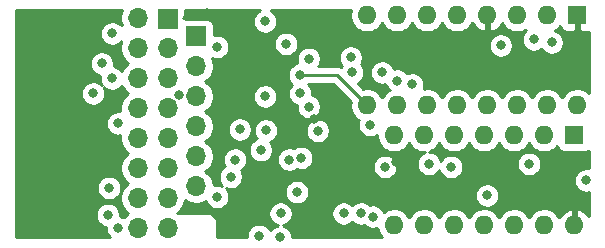
<source format=gbr>
G04 #@! TF.GenerationSoftware,KiCad,Pcbnew,5.1.5+dfsg1-2build2*
G04 #@! TF.CreationDate,2022-11-08T07:38:21+00:00*
G04 #@! TF.ProjectId,link-up-serial,6c696e6b-2d75-4702-9d73-657269616c2e,rev?*
G04 #@! TF.SameCoordinates,Original*
G04 #@! TF.FileFunction,Copper,L3,Inr*
G04 #@! TF.FilePolarity,Positive*
%FSLAX46Y46*%
G04 Gerber Fmt 4.6, Leading zero omitted, Abs format (unit mm)*
G04 Created by KiCad (PCBNEW 5.1.5+dfsg1-2build2) date 2022-11-08 07:38:21*
%MOMM*%
%LPD*%
G04 APERTURE LIST*
%ADD10O,1.600000X1.600000*%
%ADD11R,1.600000X1.600000*%
%ADD12O,1.700000X1.700000*%
%ADD13R,1.700000X1.700000*%
%ADD14C,0.800000*%
%ADD15C,0.250000*%
%ADD16C,0.254000*%
G04 APERTURE END LIST*
D10*
X131064000Y-110998000D03*
X113284000Y-103378000D03*
X128524000Y-110998000D03*
X115824000Y-103378000D03*
X125984000Y-110998000D03*
X118364000Y-103378000D03*
X123444000Y-110998000D03*
X120904000Y-103378000D03*
X120904000Y-110998000D03*
X123444000Y-103378000D03*
X118364000Y-110998000D03*
X125984000Y-103378000D03*
X115824000Y-110998000D03*
X128524000Y-103378000D03*
X113284000Y-110998000D03*
D11*
X131064000Y-103378000D03*
D10*
X130810000Y-121158000D03*
X115570000Y-113538000D03*
X128270000Y-121158000D03*
X118110000Y-113538000D03*
X125730000Y-121158000D03*
X120650000Y-113538000D03*
X123190000Y-121158000D03*
X123190000Y-113538000D03*
X120650000Y-121158000D03*
X125730000Y-113538000D03*
X118110000Y-121158000D03*
X128270000Y-113538000D03*
X115570000Y-121158000D03*
D11*
X130810000Y-113538000D03*
D12*
X98806000Y-117856000D03*
X98806000Y-115316000D03*
X98806000Y-112776000D03*
X98806000Y-110236000D03*
X98806000Y-107696000D03*
D13*
X98806000Y-105156000D03*
D12*
X93840000Y-121400000D03*
X96380000Y-121400000D03*
X93840000Y-118860000D03*
X96380000Y-118860000D03*
X93840000Y-116320000D03*
X96380000Y-116320000D03*
X93840000Y-113780000D03*
X96380000Y-113780000D03*
X93840000Y-111240000D03*
X96380000Y-111240000D03*
X93840000Y-108700000D03*
X96380000Y-108700000D03*
X93840000Y-106160000D03*
X96380000Y-106160000D03*
X93840000Y-103620000D03*
D13*
X96380000Y-103700000D03*
D14*
X104695149Y-113109851D03*
X102489000Y-113030000D03*
X107317956Y-118336990D03*
X118491000Y-115951000D03*
X106426000Y-105791000D03*
X102108000Y-115597010D03*
X104394000Y-106045000D03*
X108712000Y-103759000D03*
X99695000Y-103161000D03*
X109093000Y-109982000D03*
X108807846Y-112189693D03*
X115727147Y-115811080D03*
X90424000Y-103505000D03*
X105956500Y-120142000D03*
X101727000Y-117047010D03*
X111290500Y-120142000D03*
X113737526Y-120416721D03*
X113538000Y-112649000D03*
X117094000Y-109220000D03*
X107569000Y-108446180D03*
X106680000Y-115597010D03*
X115824000Y-108900185D03*
X127381000Y-105410000D03*
X92202000Y-121412000D03*
X92202000Y-112522000D03*
X109093000Y-113157000D03*
X91313000Y-120269000D03*
X90080000Y-109982000D03*
X97358703Y-110147475D03*
X112776000Y-120142000D03*
X91440000Y-117983000D03*
X90805000Y-107442000D03*
X111887000Y-106934000D03*
X114808000Y-116205000D03*
X114554000Y-108204000D03*
X112014000Y-108204000D03*
X108331000Y-111125000D03*
X108331000Y-107061000D03*
X91694000Y-108712000D03*
X91694000Y-104902000D03*
X104648000Y-103886000D03*
X131826000Y-117348000D03*
X100584000Y-118745000D03*
X123444000Y-118618000D03*
X104140000Y-122047000D03*
X105918000Y-122175000D03*
X127000000Y-115951000D03*
X120396000Y-116205000D03*
X100584000Y-106045000D03*
X104267000Y-114780010D03*
X124587000Y-105918000D03*
X128905000Y-105664000D03*
X104648000Y-110233010D03*
X107606000Y-109982000D03*
X107696000Y-115443000D03*
D15*
X110732180Y-108446180D02*
X113538000Y-111252000D01*
X107569000Y-108446180D02*
X110732180Y-108446180D01*
D16*
G36*
X104157744Y-102968795D02*
G01*
X103988226Y-103082063D01*
X103844063Y-103226226D01*
X103730795Y-103395744D01*
X103652774Y-103584102D01*
X103613000Y-103784061D01*
X103613000Y-103987939D01*
X103652774Y-104187898D01*
X103730795Y-104376256D01*
X103844063Y-104545774D01*
X103988226Y-104689937D01*
X104157744Y-104803205D01*
X104346102Y-104881226D01*
X104546061Y-104921000D01*
X104749939Y-104921000D01*
X104949898Y-104881226D01*
X105138256Y-104803205D01*
X105307774Y-104689937D01*
X105451937Y-104545774D01*
X105565205Y-104376256D01*
X105643226Y-104187898D01*
X105683000Y-103987939D01*
X105683000Y-103784061D01*
X105643226Y-103584102D01*
X105565205Y-103395744D01*
X105451937Y-103226226D01*
X105307774Y-103082063D01*
X105138256Y-102968795D01*
X105117023Y-102960000D01*
X111904033Y-102960000D01*
X111849000Y-103236665D01*
X111849000Y-103519335D01*
X111904147Y-103796574D01*
X112012320Y-104057727D01*
X112169363Y-104292759D01*
X112369241Y-104492637D01*
X112604273Y-104649680D01*
X112865426Y-104757853D01*
X113142665Y-104813000D01*
X113425335Y-104813000D01*
X113702574Y-104757853D01*
X113963727Y-104649680D01*
X114198759Y-104492637D01*
X114398637Y-104292759D01*
X114554000Y-104060241D01*
X114709363Y-104292759D01*
X114909241Y-104492637D01*
X115144273Y-104649680D01*
X115405426Y-104757853D01*
X115682665Y-104813000D01*
X115965335Y-104813000D01*
X116242574Y-104757853D01*
X116503727Y-104649680D01*
X116738759Y-104492637D01*
X116938637Y-104292759D01*
X117094000Y-104060241D01*
X117249363Y-104292759D01*
X117449241Y-104492637D01*
X117684273Y-104649680D01*
X117945426Y-104757853D01*
X118222665Y-104813000D01*
X118505335Y-104813000D01*
X118782574Y-104757853D01*
X119043727Y-104649680D01*
X119278759Y-104492637D01*
X119478637Y-104292759D01*
X119634000Y-104060241D01*
X119789363Y-104292759D01*
X119989241Y-104492637D01*
X120224273Y-104649680D01*
X120485426Y-104757853D01*
X120762665Y-104813000D01*
X121045335Y-104813000D01*
X121322574Y-104757853D01*
X121583727Y-104649680D01*
X121818759Y-104492637D01*
X122018637Y-104292759D01*
X122175680Y-104057727D01*
X122180067Y-104047135D01*
X122291615Y-104233131D01*
X122480586Y-104441519D01*
X122706580Y-104609037D01*
X122960913Y-104729246D01*
X123094961Y-104769904D01*
X123317000Y-104647915D01*
X123317000Y-103505000D01*
X123297000Y-103505000D01*
X123297000Y-103251000D01*
X123317000Y-103251000D01*
X123317000Y-103231000D01*
X123571000Y-103231000D01*
X123571000Y-103251000D01*
X123591000Y-103251000D01*
X123591000Y-103505000D01*
X123571000Y-103505000D01*
X123571000Y-104647915D01*
X123793039Y-104769904D01*
X123927087Y-104729246D01*
X124181420Y-104609037D01*
X124407414Y-104441519D01*
X124596385Y-104233131D01*
X124707933Y-104047135D01*
X124712320Y-104057727D01*
X124869363Y-104292759D01*
X125069241Y-104492637D01*
X125304273Y-104649680D01*
X125565426Y-104757853D01*
X125842665Y-104813000D01*
X126125335Y-104813000D01*
X126402574Y-104757853D01*
X126663727Y-104649680D01*
X126705563Y-104621726D01*
X126577063Y-104750226D01*
X126463795Y-104919744D01*
X126385774Y-105108102D01*
X126346000Y-105308061D01*
X126346000Y-105511939D01*
X126385774Y-105711898D01*
X126463795Y-105900256D01*
X126577063Y-106069774D01*
X126721226Y-106213937D01*
X126890744Y-106327205D01*
X127079102Y-106405226D01*
X127279061Y-106445000D01*
X127482939Y-106445000D01*
X127682898Y-106405226D01*
X127871256Y-106327205D01*
X128031716Y-106219989D01*
X128101063Y-106323774D01*
X128245226Y-106467937D01*
X128414744Y-106581205D01*
X128603102Y-106659226D01*
X128803061Y-106699000D01*
X129006939Y-106699000D01*
X129206898Y-106659226D01*
X129395256Y-106581205D01*
X129564774Y-106467937D01*
X129708937Y-106323774D01*
X129822205Y-106154256D01*
X129900226Y-105965898D01*
X129940000Y-105765939D01*
X129940000Y-105562061D01*
X129900226Y-105362102D01*
X129822205Y-105173744D01*
X129708937Y-105004226D01*
X129564774Y-104860063D01*
X129395256Y-104746795D01*
X129206898Y-104668774D01*
X129173614Y-104662153D01*
X129203727Y-104649680D01*
X129438759Y-104492637D01*
X129637357Y-104294039D01*
X129638188Y-104302482D01*
X129674498Y-104422180D01*
X129733463Y-104532494D01*
X129812815Y-104629185D01*
X129909506Y-104708537D01*
X130019820Y-104767502D01*
X130139518Y-104803812D01*
X130264000Y-104816072D01*
X130778250Y-104813000D01*
X130937000Y-104654250D01*
X130937000Y-103505000D01*
X130917000Y-103505000D01*
X130917000Y-103251000D01*
X130937000Y-103251000D01*
X130937000Y-103231000D01*
X131191000Y-103231000D01*
X131191000Y-103251000D01*
X131211000Y-103251000D01*
X131211000Y-103505000D01*
X131191000Y-103505000D01*
X131191000Y-104654250D01*
X131349750Y-104813000D01*
X131864000Y-104816072D01*
X131988482Y-104803812D01*
X132020001Y-104794251D01*
X132020001Y-109924605D01*
X131978759Y-109883363D01*
X131743727Y-109726320D01*
X131482574Y-109618147D01*
X131205335Y-109563000D01*
X130922665Y-109563000D01*
X130645426Y-109618147D01*
X130384273Y-109726320D01*
X130149241Y-109883363D01*
X129949363Y-110083241D01*
X129794000Y-110315759D01*
X129638637Y-110083241D01*
X129438759Y-109883363D01*
X129203727Y-109726320D01*
X128942574Y-109618147D01*
X128665335Y-109563000D01*
X128382665Y-109563000D01*
X128105426Y-109618147D01*
X127844273Y-109726320D01*
X127609241Y-109883363D01*
X127409363Y-110083241D01*
X127254000Y-110315759D01*
X127098637Y-110083241D01*
X126898759Y-109883363D01*
X126663727Y-109726320D01*
X126402574Y-109618147D01*
X126125335Y-109563000D01*
X125842665Y-109563000D01*
X125565426Y-109618147D01*
X125304273Y-109726320D01*
X125069241Y-109883363D01*
X124869363Y-110083241D01*
X124714000Y-110315759D01*
X124558637Y-110083241D01*
X124358759Y-109883363D01*
X124123727Y-109726320D01*
X123862574Y-109618147D01*
X123585335Y-109563000D01*
X123302665Y-109563000D01*
X123025426Y-109618147D01*
X122764273Y-109726320D01*
X122529241Y-109883363D01*
X122329363Y-110083241D01*
X122174000Y-110315759D01*
X122018637Y-110083241D01*
X121818759Y-109883363D01*
X121583727Y-109726320D01*
X121322574Y-109618147D01*
X121045335Y-109563000D01*
X120762665Y-109563000D01*
X120485426Y-109618147D01*
X120224273Y-109726320D01*
X119989241Y-109883363D01*
X119789363Y-110083241D01*
X119634000Y-110315759D01*
X119478637Y-110083241D01*
X119278759Y-109883363D01*
X119043727Y-109726320D01*
X118782574Y-109618147D01*
X118505335Y-109563000D01*
X118222665Y-109563000D01*
X118058690Y-109595617D01*
X118089226Y-109521898D01*
X118129000Y-109321939D01*
X118129000Y-109118061D01*
X118089226Y-108918102D01*
X118011205Y-108729744D01*
X117897937Y-108560226D01*
X117753774Y-108416063D01*
X117584256Y-108302795D01*
X117395898Y-108224774D01*
X117195939Y-108185000D01*
X116992061Y-108185000D01*
X116792102Y-108224774D01*
X116655340Y-108281423D01*
X116627937Y-108240411D01*
X116483774Y-108096248D01*
X116314256Y-107982980D01*
X116125898Y-107904959D01*
X115925939Y-107865185D01*
X115722061Y-107865185D01*
X115548255Y-107899757D01*
X115471205Y-107713744D01*
X115357937Y-107544226D01*
X115213774Y-107400063D01*
X115044256Y-107286795D01*
X114855898Y-107208774D01*
X114655939Y-107169000D01*
X114452061Y-107169000D01*
X114252102Y-107208774D01*
X114063744Y-107286795D01*
X113894226Y-107400063D01*
X113750063Y-107544226D01*
X113636795Y-107713744D01*
X113558774Y-107902102D01*
X113519000Y-108102061D01*
X113519000Y-108305939D01*
X113558774Y-108505898D01*
X113636795Y-108694256D01*
X113750063Y-108863774D01*
X113894226Y-109007937D01*
X114063744Y-109121205D01*
X114252102Y-109199226D01*
X114452061Y-109239000D01*
X114655939Y-109239000D01*
X114829745Y-109204428D01*
X114906795Y-109390441D01*
X115020063Y-109559959D01*
X115164226Y-109704122D01*
X115177099Y-109712723D01*
X115144273Y-109726320D01*
X114909241Y-109883363D01*
X114709363Y-110083241D01*
X114554000Y-110315759D01*
X114398637Y-110083241D01*
X114198759Y-109883363D01*
X113963727Y-109726320D01*
X113702574Y-109618147D01*
X113425335Y-109563000D01*
X113142665Y-109563000D01*
X112960114Y-109599312D01*
X112488523Y-109127722D01*
X112504256Y-109121205D01*
X112673774Y-109007937D01*
X112817937Y-108863774D01*
X112931205Y-108694256D01*
X113009226Y-108505898D01*
X113049000Y-108305939D01*
X113049000Y-108102061D01*
X113009226Y-107902102D01*
X112931205Y-107713744D01*
X112817937Y-107544226D01*
X112761652Y-107487941D01*
X112804205Y-107424256D01*
X112882226Y-107235898D01*
X112922000Y-107035939D01*
X112922000Y-106832061D01*
X112882226Y-106632102D01*
X112804205Y-106443744D01*
X112690937Y-106274226D01*
X112546774Y-106130063D01*
X112377256Y-106016795D01*
X112188898Y-105938774D01*
X111988939Y-105899000D01*
X111785061Y-105899000D01*
X111585102Y-105938774D01*
X111396744Y-106016795D01*
X111227226Y-106130063D01*
X111083063Y-106274226D01*
X110969795Y-106443744D01*
X110891774Y-106632102D01*
X110852000Y-106832061D01*
X110852000Y-107035939D01*
X110891774Y-107235898D01*
X110969795Y-107424256D01*
X111083063Y-107593774D01*
X111139348Y-107650059D01*
X111096795Y-107713744D01*
X111074557Y-107767430D01*
X111024427Y-107740634D01*
X110881166Y-107697177D01*
X110769513Y-107686180D01*
X110769502Y-107686180D01*
X110732180Y-107682504D01*
X110694858Y-107686180D01*
X109158052Y-107686180D01*
X109248205Y-107551256D01*
X109326226Y-107362898D01*
X109366000Y-107162939D01*
X109366000Y-106959061D01*
X109326226Y-106759102D01*
X109248205Y-106570744D01*
X109134937Y-106401226D01*
X108990774Y-106257063D01*
X108821256Y-106143795D01*
X108632898Y-106065774D01*
X108432939Y-106026000D01*
X108229061Y-106026000D01*
X108029102Y-106065774D01*
X107840744Y-106143795D01*
X107671226Y-106257063D01*
X107527063Y-106401226D01*
X107413795Y-106570744D01*
X107335774Y-106759102D01*
X107296000Y-106959061D01*
X107296000Y-107162939D01*
X107335774Y-107362898D01*
X107364244Y-107431631D01*
X107267102Y-107450954D01*
X107078744Y-107528975D01*
X106909226Y-107642243D01*
X106765063Y-107786406D01*
X106651795Y-107955924D01*
X106573774Y-108144282D01*
X106534000Y-108344241D01*
X106534000Y-108548119D01*
X106573774Y-108748078D01*
X106651795Y-108936436D01*
X106765063Y-109105954D01*
X106891699Y-109232590D01*
X106802063Y-109322226D01*
X106688795Y-109491744D01*
X106610774Y-109680102D01*
X106571000Y-109880061D01*
X106571000Y-110083939D01*
X106610774Y-110283898D01*
X106688795Y-110472256D01*
X106802063Y-110641774D01*
X106946226Y-110785937D01*
X107115744Y-110899205D01*
X107304102Y-110977226D01*
X107305078Y-110977420D01*
X107296000Y-111023061D01*
X107296000Y-111226939D01*
X107335774Y-111426898D01*
X107413795Y-111615256D01*
X107527063Y-111784774D01*
X107671226Y-111928937D01*
X107840744Y-112042205D01*
X108029102Y-112120226D01*
X108229061Y-112160000D01*
X108432939Y-112160000D01*
X108632898Y-112120226D01*
X108821256Y-112042205D01*
X108990774Y-111928937D01*
X109134937Y-111784774D01*
X109248205Y-111615256D01*
X109326226Y-111426898D01*
X109366000Y-111226939D01*
X109366000Y-111023061D01*
X109326226Y-110823102D01*
X109248205Y-110634744D01*
X109134937Y-110465226D01*
X108990774Y-110321063D01*
X108821256Y-110207795D01*
X108632898Y-110129774D01*
X108631922Y-110129580D01*
X108641000Y-110083939D01*
X108641000Y-109880061D01*
X108601226Y-109680102D01*
X108523205Y-109491744D01*
X108409937Y-109322226D01*
X108293891Y-109206180D01*
X110417379Y-109206180D01*
X111885312Y-110674114D01*
X111849000Y-110856665D01*
X111849000Y-111139335D01*
X111904147Y-111416574D01*
X112012320Y-111677727D01*
X112169363Y-111912759D01*
X112369241Y-112112637D01*
X112581223Y-112254279D01*
X112542774Y-112347102D01*
X112503000Y-112547061D01*
X112503000Y-112750939D01*
X112542774Y-112950898D01*
X112620795Y-113139256D01*
X112734063Y-113308774D01*
X112878226Y-113452937D01*
X113047744Y-113566205D01*
X113236102Y-113644226D01*
X113436061Y-113684000D01*
X113639939Y-113684000D01*
X113839898Y-113644226D01*
X114028256Y-113566205D01*
X114135000Y-113494881D01*
X114135000Y-113679335D01*
X114190147Y-113956574D01*
X114298320Y-114217727D01*
X114455363Y-114452759D01*
X114655241Y-114652637D01*
X114890273Y-114809680D01*
X115151426Y-114917853D01*
X115428665Y-114973000D01*
X115711335Y-114973000D01*
X115988574Y-114917853D01*
X116249727Y-114809680D01*
X116484759Y-114652637D01*
X116684637Y-114452759D01*
X116840000Y-114220241D01*
X116995363Y-114452759D01*
X117195241Y-114652637D01*
X117430273Y-114809680D01*
X117691426Y-114917853D01*
X117968665Y-114973000D01*
X118147515Y-114973000D01*
X118000744Y-115033795D01*
X117831226Y-115147063D01*
X117687063Y-115291226D01*
X117573795Y-115460744D01*
X117495774Y-115649102D01*
X117456000Y-115849061D01*
X117456000Y-116052939D01*
X117495774Y-116252898D01*
X117573795Y-116441256D01*
X117687063Y-116610774D01*
X117831226Y-116754937D01*
X118000744Y-116868205D01*
X118189102Y-116946226D01*
X118389061Y-116986000D01*
X118592939Y-116986000D01*
X118792898Y-116946226D01*
X118981256Y-116868205D01*
X119150774Y-116754937D01*
X119294937Y-116610774D01*
X119392417Y-116464884D01*
X119400774Y-116506898D01*
X119478795Y-116695256D01*
X119592063Y-116864774D01*
X119736226Y-117008937D01*
X119905744Y-117122205D01*
X120094102Y-117200226D01*
X120294061Y-117240000D01*
X120497939Y-117240000D01*
X120697898Y-117200226D01*
X120886256Y-117122205D01*
X121055774Y-117008937D01*
X121199937Y-116864774D01*
X121313205Y-116695256D01*
X121391226Y-116506898D01*
X121431000Y-116306939D01*
X121431000Y-116103061D01*
X121391226Y-115903102D01*
X121368842Y-115849061D01*
X125965000Y-115849061D01*
X125965000Y-116052939D01*
X126004774Y-116252898D01*
X126082795Y-116441256D01*
X126196063Y-116610774D01*
X126340226Y-116754937D01*
X126509744Y-116868205D01*
X126698102Y-116946226D01*
X126898061Y-116986000D01*
X127101939Y-116986000D01*
X127301898Y-116946226D01*
X127490256Y-116868205D01*
X127659774Y-116754937D01*
X127803937Y-116610774D01*
X127917205Y-116441256D01*
X127995226Y-116252898D01*
X128035000Y-116052939D01*
X128035000Y-115849061D01*
X127995226Y-115649102D01*
X127917205Y-115460744D01*
X127803937Y-115291226D01*
X127659774Y-115147063D01*
X127490256Y-115033795D01*
X127301898Y-114955774D01*
X127101939Y-114916000D01*
X126898061Y-114916000D01*
X126698102Y-114955774D01*
X126509744Y-115033795D01*
X126340226Y-115147063D01*
X126196063Y-115291226D01*
X126082795Y-115460744D01*
X126004774Y-115649102D01*
X125965000Y-115849061D01*
X121368842Y-115849061D01*
X121313205Y-115714744D01*
X121199937Y-115545226D01*
X121055774Y-115401063D01*
X120886256Y-115287795D01*
X120697898Y-115209774D01*
X120497939Y-115170000D01*
X120294061Y-115170000D01*
X120094102Y-115209774D01*
X119905744Y-115287795D01*
X119736226Y-115401063D01*
X119592063Y-115545226D01*
X119494583Y-115691116D01*
X119486226Y-115649102D01*
X119408205Y-115460744D01*
X119294937Y-115291226D01*
X119150774Y-115147063D01*
X118981256Y-115033795D01*
X118792898Y-114955774D01*
X118592939Y-114916000D01*
X118533048Y-114916000D01*
X118789727Y-114809680D01*
X119024759Y-114652637D01*
X119224637Y-114452759D01*
X119380000Y-114220241D01*
X119535363Y-114452759D01*
X119735241Y-114652637D01*
X119970273Y-114809680D01*
X120231426Y-114917853D01*
X120508665Y-114973000D01*
X120791335Y-114973000D01*
X121068574Y-114917853D01*
X121329727Y-114809680D01*
X121564759Y-114652637D01*
X121764637Y-114452759D01*
X121920000Y-114220241D01*
X122075363Y-114452759D01*
X122275241Y-114652637D01*
X122510273Y-114809680D01*
X122771426Y-114917853D01*
X123048665Y-114973000D01*
X123331335Y-114973000D01*
X123608574Y-114917853D01*
X123869727Y-114809680D01*
X124104759Y-114652637D01*
X124304637Y-114452759D01*
X124460000Y-114220241D01*
X124615363Y-114452759D01*
X124815241Y-114652637D01*
X125050273Y-114809680D01*
X125311426Y-114917853D01*
X125588665Y-114973000D01*
X125871335Y-114973000D01*
X126148574Y-114917853D01*
X126409727Y-114809680D01*
X126644759Y-114652637D01*
X126844637Y-114452759D01*
X127000000Y-114220241D01*
X127155363Y-114452759D01*
X127355241Y-114652637D01*
X127590273Y-114809680D01*
X127851426Y-114917853D01*
X128128665Y-114973000D01*
X128411335Y-114973000D01*
X128688574Y-114917853D01*
X128949727Y-114809680D01*
X129184759Y-114652637D01*
X129383357Y-114454039D01*
X129384188Y-114462482D01*
X129420498Y-114582180D01*
X129479463Y-114692494D01*
X129558815Y-114789185D01*
X129655506Y-114868537D01*
X129765820Y-114927502D01*
X129885518Y-114963812D01*
X130010000Y-114976072D01*
X131610000Y-114976072D01*
X131734482Y-114963812D01*
X131854180Y-114927502D01*
X131964494Y-114868537D01*
X132020000Y-114822984D01*
X132020000Y-116331312D01*
X131927939Y-116313000D01*
X131724061Y-116313000D01*
X131524102Y-116352774D01*
X131335744Y-116430795D01*
X131166226Y-116544063D01*
X131022063Y-116688226D01*
X130908795Y-116857744D01*
X130830774Y-117046102D01*
X130791000Y-117246061D01*
X130791000Y-117449939D01*
X130830774Y-117649898D01*
X130908795Y-117838256D01*
X131022063Y-118007774D01*
X131166226Y-118151937D01*
X131335744Y-118265205D01*
X131524102Y-118343226D01*
X131724061Y-118383000D01*
X131927939Y-118383000D01*
X132020000Y-118364688D01*
X132020000Y-120398937D01*
X131962385Y-120302869D01*
X131773414Y-120094481D01*
X131547420Y-119926963D01*
X131293087Y-119806754D01*
X131159039Y-119766096D01*
X130937000Y-119888085D01*
X130937000Y-121031000D01*
X130957000Y-121031000D01*
X130957000Y-121285000D01*
X130937000Y-121285000D01*
X130937000Y-121305000D01*
X130683000Y-121305000D01*
X130683000Y-121285000D01*
X130663000Y-121285000D01*
X130663000Y-121031000D01*
X130683000Y-121031000D01*
X130683000Y-119888085D01*
X130460961Y-119766096D01*
X130326913Y-119806754D01*
X130072580Y-119926963D01*
X129846586Y-120094481D01*
X129657615Y-120302869D01*
X129546067Y-120488865D01*
X129541680Y-120478273D01*
X129384637Y-120243241D01*
X129184759Y-120043363D01*
X128949727Y-119886320D01*
X128688574Y-119778147D01*
X128411335Y-119723000D01*
X128128665Y-119723000D01*
X127851426Y-119778147D01*
X127590273Y-119886320D01*
X127355241Y-120043363D01*
X127155363Y-120243241D01*
X127000000Y-120475759D01*
X126844637Y-120243241D01*
X126644759Y-120043363D01*
X126409727Y-119886320D01*
X126148574Y-119778147D01*
X125871335Y-119723000D01*
X125588665Y-119723000D01*
X125311426Y-119778147D01*
X125050273Y-119886320D01*
X124815241Y-120043363D01*
X124615363Y-120243241D01*
X124460000Y-120475759D01*
X124304637Y-120243241D01*
X124104759Y-120043363D01*
X123869727Y-119886320D01*
X123608574Y-119778147D01*
X123331335Y-119723000D01*
X123048665Y-119723000D01*
X122771426Y-119778147D01*
X122510273Y-119886320D01*
X122275241Y-120043363D01*
X122075363Y-120243241D01*
X121920000Y-120475759D01*
X121764637Y-120243241D01*
X121564759Y-120043363D01*
X121329727Y-119886320D01*
X121068574Y-119778147D01*
X120791335Y-119723000D01*
X120508665Y-119723000D01*
X120231426Y-119778147D01*
X119970273Y-119886320D01*
X119735241Y-120043363D01*
X119535363Y-120243241D01*
X119380000Y-120475759D01*
X119224637Y-120243241D01*
X119024759Y-120043363D01*
X118789727Y-119886320D01*
X118528574Y-119778147D01*
X118251335Y-119723000D01*
X117968665Y-119723000D01*
X117691426Y-119778147D01*
X117430273Y-119886320D01*
X117195241Y-120043363D01*
X116995363Y-120243241D01*
X116840000Y-120475759D01*
X116684637Y-120243241D01*
X116484759Y-120043363D01*
X116249727Y-119886320D01*
X115988574Y-119778147D01*
X115711335Y-119723000D01*
X115428665Y-119723000D01*
X115151426Y-119778147D01*
X114890273Y-119886320D01*
X114692766Y-120018290D01*
X114654731Y-119926465D01*
X114541463Y-119756947D01*
X114397300Y-119612784D01*
X114227782Y-119499516D01*
X114039424Y-119421495D01*
X113839465Y-119381721D01*
X113635587Y-119381721D01*
X113505340Y-119407629D01*
X113435774Y-119338063D01*
X113266256Y-119224795D01*
X113077898Y-119146774D01*
X112877939Y-119107000D01*
X112674061Y-119107000D01*
X112474102Y-119146774D01*
X112285744Y-119224795D01*
X112116226Y-119338063D01*
X112033250Y-119421039D01*
X111950274Y-119338063D01*
X111780756Y-119224795D01*
X111592398Y-119146774D01*
X111392439Y-119107000D01*
X111188561Y-119107000D01*
X110988602Y-119146774D01*
X110800244Y-119224795D01*
X110630726Y-119338063D01*
X110486563Y-119482226D01*
X110373295Y-119651744D01*
X110295274Y-119840102D01*
X110255500Y-120040061D01*
X110255500Y-120243939D01*
X110295274Y-120443898D01*
X110373295Y-120632256D01*
X110486563Y-120801774D01*
X110630726Y-120945937D01*
X110800244Y-121059205D01*
X110988602Y-121137226D01*
X111188561Y-121177000D01*
X111392439Y-121177000D01*
X111592398Y-121137226D01*
X111780756Y-121059205D01*
X111950274Y-120945937D01*
X112033250Y-120862961D01*
X112116226Y-120945937D01*
X112285744Y-121059205D01*
X112474102Y-121137226D01*
X112674061Y-121177000D01*
X112877939Y-121177000D01*
X113008186Y-121151092D01*
X113077752Y-121220658D01*
X113247270Y-121333926D01*
X113435628Y-121411947D01*
X113635587Y-121451721D01*
X113839465Y-121451721D01*
X114039424Y-121411947D01*
X114148420Y-121366799D01*
X114190147Y-121576574D01*
X114298320Y-121837727D01*
X114455363Y-122072759D01*
X114522604Y-122140000D01*
X106953000Y-122140000D01*
X106953000Y-122073061D01*
X106913226Y-121873102D01*
X106835205Y-121684744D01*
X106721937Y-121515226D01*
X106577774Y-121371063D01*
X106408256Y-121257795D01*
X106219898Y-121179774D01*
X106132196Y-121162329D01*
X106258398Y-121137226D01*
X106446756Y-121059205D01*
X106616274Y-120945937D01*
X106760437Y-120801774D01*
X106873705Y-120632256D01*
X106951726Y-120443898D01*
X106991500Y-120243939D01*
X106991500Y-120040061D01*
X106951726Y-119840102D01*
X106873705Y-119651744D01*
X106760437Y-119482226D01*
X106616274Y-119338063D01*
X106446756Y-119224795D01*
X106258398Y-119146774D01*
X106058439Y-119107000D01*
X105854561Y-119107000D01*
X105654602Y-119146774D01*
X105466244Y-119224795D01*
X105296726Y-119338063D01*
X105152563Y-119482226D01*
X105039295Y-119651744D01*
X104961274Y-119840102D01*
X104921500Y-120040061D01*
X104921500Y-120243939D01*
X104961274Y-120443898D01*
X105039295Y-120632256D01*
X105152563Y-120801774D01*
X105296726Y-120945937D01*
X105466244Y-121059205D01*
X105654602Y-121137226D01*
X105742304Y-121154671D01*
X105616102Y-121179774D01*
X105427744Y-121257795D01*
X105258226Y-121371063D01*
X105114063Y-121515226D01*
X105068348Y-121583644D01*
X105057205Y-121556744D01*
X104943937Y-121387226D01*
X104799774Y-121243063D01*
X104630256Y-121129795D01*
X104441898Y-121051774D01*
X104241939Y-121012000D01*
X104038061Y-121012000D01*
X103838102Y-121051774D01*
X103649744Y-121129795D01*
X103480226Y-121243063D01*
X103336063Y-121387226D01*
X103222795Y-121556744D01*
X103144774Y-121745102D01*
X103105000Y-121945061D01*
X103105000Y-122140000D01*
X100540000Y-122140000D01*
X100540000Y-120832419D01*
X100543193Y-120800000D01*
X100530450Y-120670617D01*
X100492710Y-120546207D01*
X100431425Y-120431550D01*
X100348948Y-120331052D01*
X100248450Y-120248575D01*
X100133793Y-120187290D01*
X100009383Y-120149550D01*
X99912419Y-120140000D01*
X99880000Y-120136807D01*
X99847581Y-120140000D01*
X97167206Y-120140000D01*
X97152240Y-120130000D01*
X97326632Y-120013475D01*
X97533475Y-119806632D01*
X97695990Y-119563411D01*
X97807932Y-119293158D01*
X97863775Y-119012420D01*
X98102589Y-119171990D01*
X98372842Y-119283932D01*
X98659740Y-119341000D01*
X98952260Y-119341000D01*
X99239158Y-119283932D01*
X99509411Y-119171990D01*
X99612153Y-119103340D01*
X99666795Y-119235256D01*
X99780063Y-119404774D01*
X99924226Y-119548937D01*
X100093744Y-119662205D01*
X100282102Y-119740226D01*
X100482061Y-119780000D01*
X100685939Y-119780000D01*
X100885898Y-119740226D01*
X101074256Y-119662205D01*
X101243774Y-119548937D01*
X101387937Y-119404774D01*
X101501205Y-119235256D01*
X101579226Y-119046898D01*
X101619000Y-118846939D01*
X101619000Y-118643061D01*
X101579226Y-118443102D01*
X101501205Y-118254744D01*
X101488047Y-118235051D01*
X106282956Y-118235051D01*
X106282956Y-118438929D01*
X106322730Y-118638888D01*
X106400751Y-118827246D01*
X106514019Y-118996764D01*
X106658182Y-119140927D01*
X106827700Y-119254195D01*
X107016058Y-119332216D01*
X107216017Y-119371990D01*
X107419895Y-119371990D01*
X107619854Y-119332216D01*
X107808212Y-119254195D01*
X107977730Y-119140927D01*
X108121893Y-118996764D01*
X108235161Y-118827246D01*
X108313182Y-118638888D01*
X108337613Y-118516061D01*
X122409000Y-118516061D01*
X122409000Y-118719939D01*
X122448774Y-118919898D01*
X122526795Y-119108256D01*
X122640063Y-119277774D01*
X122784226Y-119421937D01*
X122953744Y-119535205D01*
X123142102Y-119613226D01*
X123342061Y-119653000D01*
X123545939Y-119653000D01*
X123745898Y-119613226D01*
X123934256Y-119535205D01*
X124103774Y-119421937D01*
X124247937Y-119277774D01*
X124361205Y-119108256D01*
X124439226Y-118919898D01*
X124479000Y-118719939D01*
X124479000Y-118516061D01*
X124439226Y-118316102D01*
X124361205Y-118127744D01*
X124247937Y-117958226D01*
X124103774Y-117814063D01*
X123934256Y-117700795D01*
X123745898Y-117622774D01*
X123545939Y-117583000D01*
X123342061Y-117583000D01*
X123142102Y-117622774D01*
X122953744Y-117700795D01*
X122784226Y-117814063D01*
X122640063Y-117958226D01*
X122526795Y-118127744D01*
X122448774Y-118316102D01*
X122409000Y-118516061D01*
X108337613Y-118516061D01*
X108352956Y-118438929D01*
X108352956Y-118235051D01*
X108313182Y-118035092D01*
X108235161Y-117846734D01*
X108121893Y-117677216D01*
X107977730Y-117533053D01*
X107808212Y-117419785D01*
X107619854Y-117341764D01*
X107419895Y-117301990D01*
X107216017Y-117301990D01*
X107016058Y-117341764D01*
X106827700Y-117419785D01*
X106658182Y-117533053D01*
X106514019Y-117677216D01*
X106400751Y-117846734D01*
X106322730Y-118035092D01*
X106282956Y-118235051D01*
X101488047Y-118235051D01*
X101387937Y-118085226D01*
X101288268Y-117985557D01*
X101425102Y-118042236D01*
X101625061Y-118082010D01*
X101828939Y-118082010D01*
X102028898Y-118042236D01*
X102217256Y-117964215D01*
X102386774Y-117850947D01*
X102530937Y-117706784D01*
X102644205Y-117537266D01*
X102722226Y-117348908D01*
X102762000Y-117148949D01*
X102762000Y-116945071D01*
X102722226Y-116745112D01*
X102644205Y-116556754D01*
X102610372Y-116506119D01*
X102767774Y-116400947D01*
X102911937Y-116256784D01*
X103025205Y-116087266D01*
X103103226Y-115898908D01*
X103143000Y-115698949D01*
X103143000Y-115495071D01*
X103103226Y-115295112D01*
X103025205Y-115106754D01*
X102911937Y-114937236D01*
X102767774Y-114793073D01*
X102598256Y-114679805D01*
X102594070Y-114678071D01*
X103232000Y-114678071D01*
X103232000Y-114881949D01*
X103271774Y-115081908D01*
X103349795Y-115270266D01*
X103463063Y-115439784D01*
X103607226Y-115583947D01*
X103776744Y-115697215D01*
X103965102Y-115775236D01*
X104165061Y-115815010D01*
X104368939Y-115815010D01*
X104568898Y-115775236D01*
X104757256Y-115697215D01*
X104926774Y-115583947D01*
X105015650Y-115495071D01*
X105645000Y-115495071D01*
X105645000Y-115698949D01*
X105684774Y-115898908D01*
X105762795Y-116087266D01*
X105876063Y-116256784D01*
X106020226Y-116400947D01*
X106189744Y-116514215D01*
X106378102Y-116592236D01*
X106578061Y-116632010D01*
X106781939Y-116632010D01*
X106981898Y-116592236D01*
X107170256Y-116514215D01*
X107326123Y-116410068D01*
X107394102Y-116438226D01*
X107594061Y-116478000D01*
X107797939Y-116478000D01*
X107997898Y-116438226D01*
X108186256Y-116360205D01*
X108355774Y-116246937D01*
X108499650Y-116103061D01*
X113773000Y-116103061D01*
X113773000Y-116306939D01*
X113812774Y-116506898D01*
X113890795Y-116695256D01*
X114004063Y-116864774D01*
X114148226Y-117008937D01*
X114317744Y-117122205D01*
X114506102Y-117200226D01*
X114706061Y-117240000D01*
X114909939Y-117240000D01*
X115109898Y-117200226D01*
X115298256Y-117122205D01*
X115467774Y-117008937D01*
X115611937Y-116864774D01*
X115725205Y-116695256D01*
X115803226Y-116506898D01*
X115843000Y-116306939D01*
X115843000Y-116103061D01*
X115803226Y-115903102D01*
X115725205Y-115714744D01*
X115611937Y-115545226D01*
X115467774Y-115401063D01*
X115298256Y-115287795D01*
X115109898Y-115209774D01*
X114909939Y-115170000D01*
X114706061Y-115170000D01*
X114506102Y-115209774D01*
X114317744Y-115287795D01*
X114148226Y-115401063D01*
X114004063Y-115545226D01*
X113890795Y-115714744D01*
X113812774Y-115903102D01*
X113773000Y-116103061D01*
X108499650Y-116103061D01*
X108499937Y-116102774D01*
X108613205Y-115933256D01*
X108691226Y-115744898D01*
X108731000Y-115544939D01*
X108731000Y-115341061D01*
X108691226Y-115141102D01*
X108613205Y-114952744D01*
X108499937Y-114783226D01*
X108355774Y-114639063D01*
X108186256Y-114525795D01*
X107997898Y-114447774D01*
X107797939Y-114408000D01*
X107594061Y-114408000D01*
X107394102Y-114447774D01*
X107205744Y-114525795D01*
X107049877Y-114629942D01*
X106981898Y-114601784D01*
X106781939Y-114562010D01*
X106578061Y-114562010D01*
X106378102Y-114601784D01*
X106189744Y-114679805D01*
X106020226Y-114793073D01*
X105876063Y-114937236D01*
X105762795Y-115106754D01*
X105684774Y-115295112D01*
X105645000Y-115495071D01*
X105015650Y-115495071D01*
X105070937Y-115439784D01*
X105184205Y-115270266D01*
X105262226Y-115081908D01*
X105302000Y-114881949D01*
X105302000Y-114678071D01*
X105262226Y-114478112D01*
X105184205Y-114289754D01*
X105070937Y-114120236D01*
X105038576Y-114087875D01*
X105185405Y-114027056D01*
X105354923Y-113913788D01*
X105499086Y-113769625D01*
X105612354Y-113600107D01*
X105690375Y-113411749D01*
X105730149Y-113211790D01*
X105730149Y-113055061D01*
X108058000Y-113055061D01*
X108058000Y-113258939D01*
X108097774Y-113458898D01*
X108175795Y-113647256D01*
X108289063Y-113816774D01*
X108433226Y-113960937D01*
X108602744Y-114074205D01*
X108791102Y-114152226D01*
X108991061Y-114192000D01*
X109194939Y-114192000D01*
X109394898Y-114152226D01*
X109583256Y-114074205D01*
X109752774Y-113960937D01*
X109896937Y-113816774D01*
X110010205Y-113647256D01*
X110088226Y-113458898D01*
X110128000Y-113258939D01*
X110128000Y-113055061D01*
X110088226Y-112855102D01*
X110010205Y-112666744D01*
X109896937Y-112497226D01*
X109752774Y-112353063D01*
X109583256Y-112239795D01*
X109394898Y-112161774D01*
X109194939Y-112122000D01*
X108991061Y-112122000D01*
X108791102Y-112161774D01*
X108602744Y-112239795D01*
X108433226Y-112353063D01*
X108289063Y-112497226D01*
X108175795Y-112666744D01*
X108097774Y-112855102D01*
X108058000Y-113055061D01*
X105730149Y-113055061D01*
X105730149Y-113007912D01*
X105690375Y-112807953D01*
X105612354Y-112619595D01*
X105499086Y-112450077D01*
X105354923Y-112305914D01*
X105185405Y-112192646D01*
X104997047Y-112114625D01*
X104797088Y-112074851D01*
X104593210Y-112074851D01*
X104393251Y-112114625D01*
X104204893Y-112192646D01*
X104035375Y-112305914D01*
X103891212Y-112450077D01*
X103777944Y-112619595D01*
X103699923Y-112807953D01*
X103660149Y-113007912D01*
X103660149Y-113211790D01*
X103699923Y-113411749D01*
X103777944Y-113600107D01*
X103891212Y-113769625D01*
X103923573Y-113801986D01*
X103776744Y-113862805D01*
X103607226Y-113976073D01*
X103463063Y-114120236D01*
X103349795Y-114289754D01*
X103271774Y-114478112D01*
X103232000Y-114678071D01*
X102594070Y-114678071D01*
X102409898Y-114601784D01*
X102209939Y-114562010D01*
X102006061Y-114562010D01*
X101806102Y-114601784D01*
X101617744Y-114679805D01*
X101448226Y-114793073D01*
X101304063Y-114937236D01*
X101190795Y-115106754D01*
X101112774Y-115295112D01*
X101073000Y-115495071D01*
X101073000Y-115698949D01*
X101112774Y-115898908D01*
X101190795Y-116087266D01*
X101224628Y-116137901D01*
X101067226Y-116243073D01*
X100923063Y-116387236D01*
X100809795Y-116556754D01*
X100731774Y-116745112D01*
X100692000Y-116945071D01*
X100692000Y-117148949D01*
X100731774Y-117348908D01*
X100809795Y-117537266D01*
X100923063Y-117706784D01*
X101022732Y-117806453D01*
X100885898Y-117749774D01*
X100685939Y-117710000D01*
X100482061Y-117710000D01*
X100291000Y-117748004D01*
X100291000Y-117709740D01*
X100233932Y-117422842D01*
X100121990Y-117152589D01*
X99959475Y-116909368D01*
X99752632Y-116702525D01*
X99578240Y-116586000D01*
X99752632Y-116469475D01*
X99959475Y-116262632D01*
X100121990Y-116019411D01*
X100233932Y-115749158D01*
X100291000Y-115462260D01*
X100291000Y-115169740D01*
X100233932Y-114882842D01*
X100121990Y-114612589D01*
X99959475Y-114369368D01*
X99752632Y-114162525D01*
X99578240Y-114046000D01*
X99752632Y-113929475D01*
X99959475Y-113722632D01*
X100121990Y-113479411D01*
X100233932Y-113209158D01*
X100289846Y-112928061D01*
X101454000Y-112928061D01*
X101454000Y-113131939D01*
X101493774Y-113331898D01*
X101571795Y-113520256D01*
X101685063Y-113689774D01*
X101829226Y-113833937D01*
X101998744Y-113947205D01*
X102187102Y-114025226D01*
X102387061Y-114065000D01*
X102590939Y-114065000D01*
X102790898Y-114025226D01*
X102979256Y-113947205D01*
X103148774Y-113833937D01*
X103292937Y-113689774D01*
X103406205Y-113520256D01*
X103484226Y-113331898D01*
X103524000Y-113131939D01*
X103524000Y-112928061D01*
X103484226Y-112728102D01*
X103406205Y-112539744D01*
X103292937Y-112370226D01*
X103148774Y-112226063D01*
X102979256Y-112112795D01*
X102790898Y-112034774D01*
X102590939Y-111995000D01*
X102387061Y-111995000D01*
X102187102Y-112034774D01*
X101998744Y-112112795D01*
X101829226Y-112226063D01*
X101685063Y-112370226D01*
X101571795Y-112539744D01*
X101493774Y-112728102D01*
X101454000Y-112928061D01*
X100289846Y-112928061D01*
X100291000Y-112922260D01*
X100291000Y-112629740D01*
X100233932Y-112342842D01*
X100121990Y-112072589D01*
X99959475Y-111829368D01*
X99752632Y-111622525D01*
X99578240Y-111506000D01*
X99752632Y-111389475D01*
X99959475Y-111182632D01*
X100121990Y-110939411D01*
X100233932Y-110669158D01*
X100291000Y-110382260D01*
X100291000Y-110131071D01*
X103613000Y-110131071D01*
X103613000Y-110334949D01*
X103652774Y-110534908D01*
X103730795Y-110723266D01*
X103844063Y-110892784D01*
X103988226Y-111036947D01*
X104157744Y-111150215D01*
X104346102Y-111228236D01*
X104546061Y-111268010D01*
X104749939Y-111268010D01*
X104949898Y-111228236D01*
X105138256Y-111150215D01*
X105307774Y-111036947D01*
X105451937Y-110892784D01*
X105565205Y-110723266D01*
X105643226Y-110534908D01*
X105683000Y-110334949D01*
X105683000Y-110131071D01*
X105643226Y-109931112D01*
X105565205Y-109742754D01*
X105451937Y-109573236D01*
X105307774Y-109429073D01*
X105138256Y-109315805D01*
X104949898Y-109237784D01*
X104749939Y-109198010D01*
X104546061Y-109198010D01*
X104346102Y-109237784D01*
X104157744Y-109315805D01*
X103988226Y-109429073D01*
X103844063Y-109573236D01*
X103730795Y-109742754D01*
X103652774Y-109931112D01*
X103613000Y-110131071D01*
X100291000Y-110131071D01*
X100291000Y-110089740D01*
X100233932Y-109802842D01*
X100121990Y-109532589D01*
X99959475Y-109289368D01*
X99752632Y-109082525D01*
X99578240Y-108966000D01*
X99752632Y-108849475D01*
X99959475Y-108642632D01*
X100121990Y-108399411D01*
X100233932Y-108129158D01*
X100291000Y-107842260D01*
X100291000Y-107549740D01*
X100233932Y-107262842D01*
X100121990Y-106992589D01*
X100104728Y-106966755D01*
X100282102Y-107040226D01*
X100482061Y-107080000D01*
X100685939Y-107080000D01*
X100885898Y-107040226D01*
X101074256Y-106962205D01*
X101243774Y-106848937D01*
X101387937Y-106704774D01*
X101501205Y-106535256D01*
X101579226Y-106346898D01*
X101619000Y-106146939D01*
X101619000Y-105943061D01*
X101579226Y-105743102D01*
X101556842Y-105689061D01*
X105391000Y-105689061D01*
X105391000Y-105892939D01*
X105430774Y-106092898D01*
X105508795Y-106281256D01*
X105622063Y-106450774D01*
X105766226Y-106594937D01*
X105935744Y-106708205D01*
X106124102Y-106786226D01*
X106324061Y-106826000D01*
X106527939Y-106826000D01*
X106727898Y-106786226D01*
X106916256Y-106708205D01*
X107085774Y-106594937D01*
X107229937Y-106450774D01*
X107343205Y-106281256D01*
X107421226Y-106092898D01*
X107461000Y-105892939D01*
X107461000Y-105816061D01*
X123552000Y-105816061D01*
X123552000Y-106019939D01*
X123591774Y-106219898D01*
X123669795Y-106408256D01*
X123783063Y-106577774D01*
X123927226Y-106721937D01*
X124096744Y-106835205D01*
X124285102Y-106913226D01*
X124485061Y-106953000D01*
X124688939Y-106953000D01*
X124888898Y-106913226D01*
X125077256Y-106835205D01*
X125246774Y-106721937D01*
X125390937Y-106577774D01*
X125504205Y-106408256D01*
X125582226Y-106219898D01*
X125622000Y-106019939D01*
X125622000Y-105816061D01*
X125582226Y-105616102D01*
X125504205Y-105427744D01*
X125390937Y-105258226D01*
X125246774Y-105114063D01*
X125077256Y-105000795D01*
X124888898Y-104922774D01*
X124688939Y-104883000D01*
X124485061Y-104883000D01*
X124285102Y-104922774D01*
X124096744Y-105000795D01*
X123927226Y-105114063D01*
X123783063Y-105258226D01*
X123669795Y-105427744D01*
X123591774Y-105616102D01*
X123552000Y-105816061D01*
X107461000Y-105816061D01*
X107461000Y-105689061D01*
X107421226Y-105489102D01*
X107343205Y-105300744D01*
X107229937Y-105131226D01*
X107085774Y-104987063D01*
X106916256Y-104873795D01*
X106727898Y-104795774D01*
X106527939Y-104756000D01*
X106324061Y-104756000D01*
X106124102Y-104795774D01*
X105935744Y-104873795D01*
X105766226Y-104987063D01*
X105622063Y-105131226D01*
X105508795Y-105300744D01*
X105430774Y-105489102D01*
X105391000Y-105689061D01*
X101556842Y-105689061D01*
X101501205Y-105554744D01*
X101387937Y-105385226D01*
X101243774Y-105241063D01*
X101074256Y-105127795D01*
X100885898Y-105049774D01*
X100685939Y-105010000D01*
X100482061Y-105010000D01*
X100294072Y-105047393D01*
X100294072Y-104306000D01*
X100281812Y-104181518D01*
X100245502Y-104061820D01*
X100186537Y-103951506D01*
X100107185Y-103854815D01*
X100010494Y-103775463D01*
X99900180Y-103716498D01*
X99780482Y-103680188D01*
X99656000Y-103667928D01*
X97956000Y-103667928D01*
X97865000Y-103676890D01*
X97865000Y-103572998D01*
X97706252Y-103572998D01*
X97865000Y-103414250D01*
X97867473Y-102960000D01*
X104178977Y-102960000D01*
X104157744Y-102968795D01*
G37*
X104157744Y-102968795D02*
X103988226Y-103082063D01*
X103844063Y-103226226D01*
X103730795Y-103395744D01*
X103652774Y-103584102D01*
X103613000Y-103784061D01*
X103613000Y-103987939D01*
X103652774Y-104187898D01*
X103730795Y-104376256D01*
X103844063Y-104545774D01*
X103988226Y-104689937D01*
X104157744Y-104803205D01*
X104346102Y-104881226D01*
X104546061Y-104921000D01*
X104749939Y-104921000D01*
X104949898Y-104881226D01*
X105138256Y-104803205D01*
X105307774Y-104689937D01*
X105451937Y-104545774D01*
X105565205Y-104376256D01*
X105643226Y-104187898D01*
X105683000Y-103987939D01*
X105683000Y-103784061D01*
X105643226Y-103584102D01*
X105565205Y-103395744D01*
X105451937Y-103226226D01*
X105307774Y-103082063D01*
X105138256Y-102968795D01*
X105117023Y-102960000D01*
X111904033Y-102960000D01*
X111849000Y-103236665D01*
X111849000Y-103519335D01*
X111904147Y-103796574D01*
X112012320Y-104057727D01*
X112169363Y-104292759D01*
X112369241Y-104492637D01*
X112604273Y-104649680D01*
X112865426Y-104757853D01*
X113142665Y-104813000D01*
X113425335Y-104813000D01*
X113702574Y-104757853D01*
X113963727Y-104649680D01*
X114198759Y-104492637D01*
X114398637Y-104292759D01*
X114554000Y-104060241D01*
X114709363Y-104292759D01*
X114909241Y-104492637D01*
X115144273Y-104649680D01*
X115405426Y-104757853D01*
X115682665Y-104813000D01*
X115965335Y-104813000D01*
X116242574Y-104757853D01*
X116503727Y-104649680D01*
X116738759Y-104492637D01*
X116938637Y-104292759D01*
X117094000Y-104060241D01*
X117249363Y-104292759D01*
X117449241Y-104492637D01*
X117684273Y-104649680D01*
X117945426Y-104757853D01*
X118222665Y-104813000D01*
X118505335Y-104813000D01*
X118782574Y-104757853D01*
X119043727Y-104649680D01*
X119278759Y-104492637D01*
X119478637Y-104292759D01*
X119634000Y-104060241D01*
X119789363Y-104292759D01*
X119989241Y-104492637D01*
X120224273Y-104649680D01*
X120485426Y-104757853D01*
X120762665Y-104813000D01*
X121045335Y-104813000D01*
X121322574Y-104757853D01*
X121583727Y-104649680D01*
X121818759Y-104492637D01*
X122018637Y-104292759D01*
X122175680Y-104057727D01*
X122180067Y-104047135D01*
X122291615Y-104233131D01*
X122480586Y-104441519D01*
X122706580Y-104609037D01*
X122960913Y-104729246D01*
X123094961Y-104769904D01*
X123317000Y-104647915D01*
X123317000Y-103505000D01*
X123297000Y-103505000D01*
X123297000Y-103251000D01*
X123317000Y-103251000D01*
X123317000Y-103231000D01*
X123571000Y-103231000D01*
X123571000Y-103251000D01*
X123591000Y-103251000D01*
X123591000Y-103505000D01*
X123571000Y-103505000D01*
X123571000Y-104647915D01*
X123793039Y-104769904D01*
X123927087Y-104729246D01*
X124181420Y-104609037D01*
X124407414Y-104441519D01*
X124596385Y-104233131D01*
X124707933Y-104047135D01*
X124712320Y-104057727D01*
X124869363Y-104292759D01*
X125069241Y-104492637D01*
X125304273Y-104649680D01*
X125565426Y-104757853D01*
X125842665Y-104813000D01*
X126125335Y-104813000D01*
X126402574Y-104757853D01*
X126663727Y-104649680D01*
X126705563Y-104621726D01*
X126577063Y-104750226D01*
X126463795Y-104919744D01*
X126385774Y-105108102D01*
X126346000Y-105308061D01*
X126346000Y-105511939D01*
X126385774Y-105711898D01*
X126463795Y-105900256D01*
X126577063Y-106069774D01*
X126721226Y-106213937D01*
X126890744Y-106327205D01*
X127079102Y-106405226D01*
X127279061Y-106445000D01*
X127482939Y-106445000D01*
X127682898Y-106405226D01*
X127871256Y-106327205D01*
X128031716Y-106219989D01*
X128101063Y-106323774D01*
X128245226Y-106467937D01*
X128414744Y-106581205D01*
X128603102Y-106659226D01*
X128803061Y-106699000D01*
X129006939Y-106699000D01*
X129206898Y-106659226D01*
X129395256Y-106581205D01*
X129564774Y-106467937D01*
X129708937Y-106323774D01*
X129822205Y-106154256D01*
X129900226Y-105965898D01*
X129940000Y-105765939D01*
X129940000Y-105562061D01*
X129900226Y-105362102D01*
X129822205Y-105173744D01*
X129708937Y-105004226D01*
X129564774Y-104860063D01*
X129395256Y-104746795D01*
X129206898Y-104668774D01*
X129173614Y-104662153D01*
X129203727Y-104649680D01*
X129438759Y-104492637D01*
X129637357Y-104294039D01*
X129638188Y-104302482D01*
X129674498Y-104422180D01*
X129733463Y-104532494D01*
X129812815Y-104629185D01*
X129909506Y-104708537D01*
X130019820Y-104767502D01*
X130139518Y-104803812D01*
X130264000Y-104816072D01*
X130778250Y-104813000D01*
X130937000Y-104654250D01*
X130937000Y-103505000D01*
X130917000Y-103505000D01*
X130917000Y-103251000D01*
X130937000Y-103251000D01*
X130937000Y-103231000D01*
X131191000Y-103231000D01*
X131191000Y-103251000D01*
X131211000Y-103251000D01*
X131211000Y-103505000D01*
X131191000Y-103505000D01*
X131191000Y-104654250D01*
X131349750Y-104813000D01*
X131864000Y-104816072D01*
X131988482Y-104803812D01*
X132020001Y-104794251D01*
X132020001Y-109924605D01*
X131978759Y-109883363D01*
X131743727Y-109726320D01*
X131482574Y-109618147D01*
X131205335Y-109563000D01*
X130922665Y-109563000D01*
X130645426Y-109618147D01*
X130384273Y-109726320D01*
X130149241Y-109883363D01*
X129949363Y-110083241D01*
X129794000Y-110315759D01*
X129638637Y-110083241D01*
X129438759Y-109883363D01*
X129203727Y-109726320D01*
X128942574Y-109618147D01*
X128665335Y-109563000D01*
X128382665Y-109563000D01*
X128105426Y-109618147D01*
X127844273Y-109726320D01*
X127609241Y-109883363D01*
X127409363Y-110083241D01*
X127254000Y-110315759D01*
X127098637Y-110083241D01*
X126898759Y-109883363D01*
X126663727Y-109726320D01*
X126402574Y-109618147D01*
X126125335Y-109563000D01*
X125842665Y-109563000D01*
X125565426Y-109618147D01*
X125304273Y-109726320D01*
X125069241Y-109883363D01*
X124869363Y-110083241D01*
X124714000Y-110315759D01*
X124558637Y-110083241D01*
X124358759Y-109883363D01*
X124123727Y-109726320D01*
X123862574Y-109618147D01*
X123585335Y-109563000D01*
X123302665Y-109563000D01*
X123025426Y-109618147D01*
X122764273Y-109726320D01*
X122529241Y-109883363D01*
X122329363Y-110083241D01*
X122174000Y-110315759D01*
X122018637Y-110083241D01*
X121818759Y-109883363D01*
X121583727Y-109726320D01*
X121322574Y-109618147D01*
X121045335Y-109563000D01*
X120762665Y-109563000D01*
X120485426Y-109618147D01*
X120224273Y-109726320D01*
X119989241Y-109883363D01*
X119789363Y-110083241D01*
X119634000Y-110315759D01*
X119478637Y-110083241D01*
X119278759Y-109883363D01*
X119043727Y-109726320D01*
X118782574Y-109618147D01*
X118505335Y-109563000D01*
X118222665Y-109563000D01*
X118058690Y-109595617D01*
X118089226Y-109521898D01*
X118129000Y-109321939D01*
X118129000Y-109118061D01*
X118089226Y-108918102D01*
X118011205Y-108729744D01*
X117897937Y-108560226D01*
X117753774Y-108416063D01*
X117584256Y-108302795D01*
X117395898Y-108224774D01*
X117195939Y-108185000D01*
X116992061Y-108185000D01*
X116792102Y-108224774D01*
X116655340Y-108281423D01*
X116627937Y-108240411D01*
X116483774Y-108096248D01*
X116314256Y-107982980D01*
X116125898Y-107904959D01*
X115925939Y-107865185D01*
X115722061Y-107865185D01*
X115548255Y-107899757D01*
X115471205Y-107713744D01*
X115357937Y-107544226D01*
X115213774Y-107400063D01*
X115044256Y-107286795D01*
X114855898Y-107208774D01*
X114655939Y-107169000D01*
X114452061Y-107169000D01*
X114252102Y-107208774D01*
X114063744Y-107286795D01*
X113894226Y-107400063D01*
X113750063Y-107544226D01*
X113636795Y-107713744D01*
X113558774Y-107902102D01*
X113519000Y-108102061D01*
X113519000Y-108305939D01*
X113558774Y-108505898D01*
X113636795Y-108694256D01*
X113750063Y-108863774D01*
X113894226Y-109007937D01*
X114063744Y-109121205D01*
X114252102Y-109199226D01*
X114452061Y-109239000D01*
X114655939Y-109239000D01*
X114829745Y-109204428D01*
X114906795Y-109390441D01*
X115020063Y-109559959D01*
X115164226Y-109704122D01*
X115177099Y-109712723D01*
X115144273Y-109726320D01*
X114909241Y-109883363D01*
X114709363Y-110083241D01*
X114554000Y-110315759D01*
X114398637Y-110083241D01*
X114198759Y-109883363D01*
X113963727Y-109726320D01*
X113702574Y-109618147D01*
X113425335Y-109563000D01*
X113142665Y-109563000D01*
X112960114Y-109599312D01*
X112488523Y-109127722D01*
X112504256Y-109121205D01*
X112673774Y-109007937D01*
X112817937Y-108863774D01*
X112931205Y-108694256D01*
X113009226Y-108505898D01*
X113049000Y-108305939D01*
X113049000Y-108102061D01*
X113009226Y-107902102D01*
X112931205Y-107713744D01*
X112817937Y-107544226D01*
X112761652Y-107487941D01*
X112804205Y-107424256D01*
X112882226Y-107235898D01*
X112922000Y-107035939D01*
X112922000Y-106832061D01*
X112882226Y-106632102D01*
X112804205Y-106443744D01*
X112690937Y-106274226D01*
X112546774Y-106130063D01*
X112377256Y-106016795D01*
X112188898Y-105938774D01*
X111988939Y-105899000D01*
X111785061Y-105899000D01*
X111585102Y-105938774D01*
X111396744Y-106016795D01*
X111227226Y-106130063D01*
X111083063Y-106274226D01*
X110969795Y-106443744D01*
X110891774Y-106632102D01*
X110852000Y-106832061D01*
X110852000Y-107035939D01*
X110891774Y-107235898D01*
X110969795Y-107424256D01*
X111083063Y-107593774D01*
X111139348Y-107650059D01*
X111096795Y-107713744D01*
X111074557Y-107767430D01*
X111024427Y-107740634D01*
X110881166Y-107697177D01*
X110769513Y-107686180D01*
X110769502Y-107686180D01*
X110732180Y-107682504D01*
X110694858Y-107686180D01*
X109158052Y-107686180D01*
X109248205Y-107551256D01*
X109326226Y-107362898D01*
X109366000Y-107162939D01*
X109366000Y-106959061D01*
X109326226Y-106759102D01*
X109248205Y-106570744D01*
X109134937Y-106401226D01*
X108990774Y-106257063D01*
X108821256Y-106143795D01*
X108632898Y-106065774D01*
X108432939Y-106026000D01*
X108229061Y-106026000D01*
X108029102Y-106065774D01*
X107840744Y-106143795D01*
X107671226Y-106257063D01*
X107527063Y-106401226D01*
X107413795Y-106570744D01*
X107335774Y-106759102D01*
X107296000Y-106959061D01*
X107296000Y-107162939D01*
X107335774Y-107362898D01*
X107364244Y-107431631D01*
X107267102Y-107450954D01*
X107078744Y-107528975D01*
X106909226Y-107642243D01*
X106765063Y-107786406D01*
X106651795Y-107955924D01*
X106573774Y-108144282D01*
X106534000Y-108344241D01*
X106534000Y-108548119D01*
X106573774Y-108748078D01*
X106651795Y-108936436D01*
X106765063Y-109105954D01*
X106891699Y-109232590D01*
X106802063Y-109322226D01*
X106688795Y-109491744D01*
X106610774Y-109680102D01*
X106571000Y-109880061D01*
X106571000Y-110083939D01*
X106610774Y-110283898D01*
X106688795Y-110472256D01*
X106802063Y-110641774D01*
X106946226Y-110785937D01*
X107115744Y-110899205D01*
X107304102Y-110977226D01*
X107305078Y-110977420D01*
X107296000Y-111023061D01*
X107296000Y-111226939D01*
X107335774Y-111426898D01*
X107413795Y-111615256D01*
X107527063Y-111784774D01*
X107671226Y-111928937D01*
X107840744Y-112042205D01*
X108029102Y-112120226D01*
X108229061Y-112160000D01*
X108432939Y-112160000D01*
X108632898Y-112120226D01*
X108821256Y-112042205D01*
X108990774Y-111928937D01*
X109134937Y-111784774D01*
X109248205Y-111615256D01*
X109326226Y-111426898D01*
X109366000Y-111226939D01*
X109366000Y-111023061D01*
X109326226Y-110823102D01*
X109248205Y-110634744D01*
X109134937Y-110465226D01*
X108990774Y-110321063D01*
X108821256Y-110207795D01*
X108632898Y-110129774D01*
X108631922Y-110129580D01*
X108641000Y-110083939D01*
X108641000Y-109880061D01*
X108601226Y-109680102D01*
X108523205Y-109491744D01*
X108409937Y-109322226D01*
X108293891Y-109206180D01*
X110417379Y-109206180D01*
X111885312Y-110674114D01*
X111849000Y-110856665D01*
X111849000Y-111139335D01*
X111904147Y-111416574D01*
X112012320Y-111677727D01*
X112169363Y-111912759D01*
X112369241Y-112112637D01*
X112581223Y-112254279D01*
X112542774Y-112347102D01*
X112503000Y-112547061D01*
X112503000Y-112750939D01*
X112542774Y-112950898D01*
X112620795Y-113139256D01*
X112734063Y-113308774D01*
X112878226Y-113452937D01*
X113047744Y-113566205D01*
X113236102Y-113644226D01*
X113436061Y-113684000D01*
X113639939Y-113684000D01*
X113839898Y-113644226D01*
X114028256Y-113566205D01*
X114135000Y-113494881D01*
X114135000Y-113679335D01*
X114190147Y-113956574D01*
X114298320Y-114217727D01*
X114455363Y-114452759D01*
X114655241Y-114652637D01*
X114890273Y-114809680D01*
X115151426Y-114917853D01*
X115428665Y-114973000D01*
X115711335Y-114973000D01*
X115988574Y-114917853D01*
X116249727Y-114809680D01*
X116484759Y-114652637D01*
X116684637Y-114452759D01*
X116840000Y-114220241D01*
X116995363Y-114452759D01*
X117195241Y-114652637D01*
X117430273Y-114809680D01*
X117691426Y-114917853D01*
X117968665Y-114973000D01*
X118147515Y-114973000D01*
X118000744Y-115033795D01*
X117831226Y-115147063D01*
X117687063Y-115291226D01*
X117573795Y-115460744D01*
X117495774Y-115649102D01*
X117456000Y-115849061D01*
X117456000Y-116052939D01*
X117495774Y-116252898D01*
X117573795Y-116441256D01*
X117687063Y-116610774D01*
X117831226Y-116754937D01*
X118000744Y-116868205D01*
X118189102Y-116946226D01*
X118389061Y-116986000D01*
X118592939Y-116986000D01*
X118792898Y-116946226D01*
X118981256Y-116868205D01*
X119150774Y-116754937D01*
X119294937Y-116610774D01*
X119392417Y-116464884D01*
X119400774Y-116506898D01*
X119478795Y-116695256D01*
X119592063Y-116864774D01*
X119736226Y-117008937D01*
X119905744Y-117122205D01*
X120094102Y-117200226D01*
X120294061Y-117240000D01*
X120497939Y-117240000D01*
X120697898Y-117200226D01*
X120886256Y-117122205D01*
X121055774Y-117008937D01*
X121199937Y-116864774D01*
X121313205Y-116695256D01*
X121391226Y-116506898D01*
X121431000Y-116306939D01*
X121431000Y-116103061D01*
X121391226Y-115903102D01*
X121368842Y-115849061D01*
X125965000Y-115849061D01*
X125965000Y-116052939D01*
X126004774Y-116252898D01*
X126082795Y-116441256D01*
X126196063Y-116610774D01*
X126340226Y-116754937D01*
X126509744Y-116868205D01*
X126698102Y-116946226D01*
X126898061Y-116986000D01*
X127101939Y-116986000D01*
X127301898Y-116946226D01*
X127490256Y-116868205D01*
X127659774Y-116754937D01*
X127803937Y-116610774D01*
X127917205Y-116441256D01*
X127995226Y-116252898D01*
X128035000Y-116052939D01*
X128035000Y-115849061D01*
X127995226Y-115649102D01*
X127917205Y-115460744D01*
X127803937Y-115291226D01*
X127659774Y-115147063D01*
X127490256Y-115033795D01*
X127301898Y-114955774D01*
X127101939Y-114916000D01*
X126898061Y-114916000D01*
X126698102Y-114955774D01*
X126509744Y-115033795D01*
X126340226Y-115147063D01*
X126196063Y-115291226D01*
X126082795Y-115460744D01*
X126004774Y-115649102D01*
X125965000Y-115849061D01*
X121368842Y-115849061D01*
X121313205Y-115714744D01*
X121199937Y-115545226D01*
X121055774Y-115401063D01*
X120886256Y-115287795D01*
X120697898Y-115209774D01*
X120497939Y-115170000D01*
X120294061Y-115170000D01*
X120094102Y-115209774D01*
X119905744Y-115287795D01*
X119736226Y-115401063D01*
X119592063Y-115545226D01*
X119494583Y-115691116D01*
X119486226Y-115649102D01*
X119408205Y-115460744D01*
X119294937Y-115291226D01*
X119150774Y-115147063D01*
X118981256Y-115033795D01*
X118792898Y-114955774D01*
X118592939Y-114916000D01*
X118533048Y-114916000D01*
X118789727Y-114809680D01*
X119024759Y-114652637D01*
X119224637Y-114452759D01*
X119380000Y-114220241D01*
X119535363Y-114452759D01*
X119735241Y-114652637D01*
X119970273Y-114809680D01*
X120231426Y-114917853D01*
X120508665Y-114973000D01*
X120791335Y-114973000D01*
X121068574Y-114917853D01*
X121329727Y-114809680D01*
X121564759Y-114652637D01*
X121764637Y-114452759D01*
X121920000Y-114220241D01*
X122075363Y-114452759D01*
X122275241Y-114652637D01*
X122510273Y-114809680D01*
X122771426Y-114917853D01*
X123048665Y-114973000D01*
X123331335Y-114973000D01*
X123608574Y-114917853D01*
X123869727Y-114809680D01*
X124104759Y-114652637D01*
X124304637Y-114452759D01*
X124460000Y-114220241D01*
X124615363Y-114452759D01*
X124815241Y-114652637D01*
X125050273Y-114809680D01*
X125311426Y-114917853D01*
X125588665Y-114973000D01*
X125871335Y-114973000D01*
X126148574Y-114917853D01*
X126409727Y-114809680D01*
X126644759Y-114652637D01*
X126844637Y-114452759D01*
X127000000Y-114220241D01*
X127155363Y-114452759D01*
X127355241Y-114652637D01*
X127590273Y-114809680D01*
X127851426Y-114917853D01*
X128128665Y-114973000D01*
X128411335Y-114973000D01*
X128688574Y-114917853D01*
X128949727Y-114809680D01*
X129184759Y-114652637D01*
X129383357Y-114454039D01*
X129384188Y-114462482D01*
X129420498Y-114582180D01*
X129479463Y-114692494D01*
X129558815Y-114789185D01*
X129655506Y-114868537D01*
X129765820Y-114927502D01*
X129885518Y-114963812D01*
X130010000Y-114976072D01*
X131610000Y-114976072D01*
X131734482Y-114963812D01*
X131854180Y-114927502D01*
X131964494Y-114868537D01*
X132020000Y-114822984D01*
X132020000Y-116331312D01*
X131927939Y-116313000D01*
X131724061Y-116313000D01*
X131524102Y-116352774D01*
X131335744Y-116430795D01*
X131166226Y-116544063D01*
X131022063Y-116688226D01*
X130908795Y-116857744D01*
X130830774Y-117046102D01*
X130791000Y-117246061D01*
X130791000Y-117449939D01*
X130830774Y-117649898D01*
X130908795Y-117838256D01*
X131022063Y-118007774D01*
X131166226Y-118151937D01*
X131335744Y-118265205D01*
X131524102Y-118343226D01*
X131724061Y-118383000D01*
X131927939Y-118383000D01*
X132020000Y-118364688D01*
X132020000Y-120398937D01*
X131962385Y-120302869D01*
X131773414Y-120094481D01*
X131547420Y-119926963D01*
X131293087Y-119806754D01*
X131159039Y-119766096D01*
X130937000Y-119888085D01*
X130937000Y-121031000D01*
X130957000Y-121031000D01*
X130957000Y-121285000D01*
X130937000Y-121285000D01*
X130937000Y-121305000D01*
X130683000Y-121305000D01*
X130683000Y-121285000D01*
X130663000Y-121285000D01*
X130663000Y-121031000D01*
X130683000Y-121031000D01*
X130683000Y-119888085D01*
X130460961Y-119766096D01*
X130326913Y-119806754D01*
X130072580Y-119926963D01*
X129846586Y-120094481D01*
X129657615Y-120302869D01*
X129546067Y-120488865D01*
X129541680Y-120478273D01*
X129384637Y-120243241D01*
X129184759Y-120043363D01*
X128949727Y-119886320D01*
X128688574Y-119778147D01*
X128411335Y-119723000D01*
X128128665Y-119723000D01*
X127851426Y-119778147D01*
X127590273Y-119886320D01*
X127355241Y-120043363D01*
X127155363Y-120243241D01*
X127000000Y-120475759D01*
X126844637Y-120243241D01*
X126644759Y-120043363D01*
X126409727Y-119886320D01*
X126148574Y-119778147D01*
X125871335Y-119723000D01*
X125588665Y-119723000D01*
X125311426Y-119778147D01*
X125050273Y-119886320D01*
X124815241Y-120043363D01*
X124615363Y-120243241D01*
X124460000Y-120475759D01*
X124304637Y-120243241D01*
X124104759Y-120043363D01*
X123869727Y-119886320D01*
X123608574Y-119778147D01*
X123331335Y-119723000D01*
X123048665Y-119723000D01*
X122771426Y-119778147D01*
X122510273Y-119886320D01*
X122275241Y-120043363D01*
X122075363Y-120243241D01*
X121920000Y-120475759D01*
X121764637Y-120243241D01*
X121564759Y-120043363D01*
X121329727Y-119886320D01*
X121068574Y-119778147D01*
X120791335Y-119723000D01*
X120508665Y-119723000D01*
X120231426Y-119778147D01*
X119970273Y-119886320D01*
X119735241Y-120043363D01*
X119535363Y-120243241D01*
X119380000Y-120475759D01*
X119224637Y-120243241D01*
X119024759Y-120043363D01*
X118789727Y-119886320D01*
X118528574Y-119778147D01*
X118251335Y-119723000D01*
X117968665Y-119723000D01*
X117691426Y-119778147D01*
X117430273Y-119886320D01*
X117195241Y-120043363D01*
X116995363Y-120243241D01*
X116840000Y-120475759D01*
X116684637Y-120243241D01*
X116484759Y-120043363D01*
X116249727Y-119886320D01*
X115988574Y-119778147D01*
X115711335Y-119723000D01*
X115428665Y-119723000D01*
X115151426Y-119778147D01*
X114890273Y-119886320D01*
X114692766Y-120018290D01*
X114654731Y-119926465D01*
X114541463Y-119756947D01*
X114397300Y-119612784D01*
X114227782Y-119499516D01*
X114039424Y-119421495D01*
X113839465Y-119381721D01*
X113635587Y-119381721D01*
X113505340Y-119407629D01*
X113435774Y-119338063D01*
X113266256Y-119224795D01*
X113077898Y-119146774D01*
X112877939Y-119107000D01*
X112674061Y-119107000D01*
X112474102Y-119146774D01*
X112285744Y-119224795D01*
X112116226Y-119338063D01*
X112033250Y-119421039D01*
X111950274Y-119338063D01*
X111780756Y-119224795D01*
X111592398Y-119146774D01*
X111392439Y-119107000D01*
X111188561Y-119107000D01*
X110988602Y-119146774D01*
X110800244Y-119224795D01*
X110630726Y-119338063D01*
X110486563Y-119482226D01*
X110373295Y-119651744D01*
X110295274Y-119840102D01*
X110255500Y-120040061D01*
X110255500Y-120243939D01*
X110295274Y-120443898D01*
X110373295Y-120632256D01*
X110486563Y-120801774D01*
X110630726Y-120945937D01*
X110800244Y-121059205D01*
X110988602Y-121137226D01*
X111188561Y-121177000D01*
X111392439Y-121177000D01*
X111592398Y-121137226D01*
X111780756Y-121059205D01*
X111950274Y-120945937D01*
X112033250Y-120862961D01*
X112116226Y-120945937D01*
X112285744Y-121059205D01*
X112474102Y-121137226D01*
X112674061Y-121177000D01*
X112877939Y-121177000D01*
X113008186Y-121151092D01*
X113077752Y-121220658D01*
X113247270Y-121333926D01*
X113435628Y-121411947D01*
X113635587Y-121451721D01*
X113839465Y-121451721D01*
X114039424Y-121411947D01*
X114148420Y-121366799D01*
X114190147Y-121576574D01*
X114298320Y-121837727D01*
X114455363Y-122072759D01*
X114522604Y-122140000D01*
X106953000Y-122140000D01*
X106953000Y-122073061D01*
X106913226Y-121873102D01*
X106835205Y-121684744D01*
X106721937Y-121515226D01*
X106577774Y-121371063D01*
X106408256Y-121257795D01*
X106219898Y-121179774D01*
X106132196Y-121162329D01*
X106258398Y-121137226D01*
X106446756Y-121059205D01*
X106616274Y-120945937D01*
X106760437Y-120801774D01*
X106873705Y-120632256D01*
X106951726Y-120443898D01*
X106991500Y-120243939D01*
X106991500Y-120040061D01*
X106951726Y-119840102D01*
X106873705Y-119651744D01*
X106760437Y-119482226D01*
X106616274Y-119338063D01*
X106446756Y-119224795D01*
X106258398Y-119146774D01*
X106058439Y-119107000D01*
X105854561Y-119107000D01*
X105654602Y-119146774D01*
X105466244Y-119224795D01*
X105296726Y-119338063D01*
X105152563Y-119482226D01*
X105039295Y-119651744D01*
X104961274Y-119840102D01*
X104921500Y-120040061D01*
X104921500Y-120243939D01*
X104961274Y-120443898D01*
X105039295Y-120632256D01*
X105152563Y-120801774D01*
X105296726Y-120945937D01*
X105466244Y-121059205D01*
X105654602Y-121137226D01*
X105742304Y-121154671D01*
X105616102Y-121179774D01*
X105427744Y-121257795D01*
X105258226Y-121371063D01*
X105114063Y-121515226D01*
X105068348Y-121583644D01*
X105057205Y-121556744D01*
X104943937Y-121387226D01*
X104799774Y-121243063D01*
X104630256Y-121129795D01*
X104441898Y-121051774D01*
X104241939Y-121012000D01*
X104038061Y-121012000D01*
X103838102Y-121051774D01*
X103649744Y-121129795D01*
X103480226Y-121243063D01*
X103336063Y-121387226D01*
X103222795Y-121556744D01*
X103144774Y-121745102D01*
X103105000Y-121945061D01*
X103105000Y-122140000D01*
X100540000Y-122140000D01*
X100540000Y-120832419D01*
X100543193Y-120800000D01*
X100530450Y-120670617D01*
X100492710Y-120546207D01*
X100431425Y-120431550D01*
X100348948Y-120331052D01*
X100248450Y-120248575D01*
X100133793Y-120187290D01*
X100009383Y-120149550D01*
X99912419Y-120140000D01*
X99880000Y-120136807D01*
X99847581Y-120140000D01*
X97167206Y-120140000D01*
X97152240Y-120130000D01*
X97326632Y-120013475D01*
X97533475Y-119806632D01*
X97695990Y-119563411D01*
X97807932Y-119293158D01*
X97863775Y-119012420D01*
X98102589Y-119171990D01*
X98372842Y-119283932D01*
X98659740Y-119341000D01*
X98952260Y-119341000D01*
X99239158Y-119283932D01*
X99509411Y-119171990D01*
X99612153Y-119103340D01*
X99666795Y-119235256D01*
X99780063Y-119404774D01*
X99924226Y-119548937D01*
X100093744Y-119662205D01*
X100282102Y-119740226D01*
X100482061Y-119780000D01*
X100685939Y-119780000D01*
X100885898Y-119740226D01*
X101074256Y-119662205D01*
X101243774Y-119548937D01*
X101387937Y-119404774D01*
X101501205Y-119235256D01*
X101579226Y-119046898D01*
X101619000Y-118846939D01*
X101619000Y-118643061D01*
X101579226Y-118443102D01*
X101501205Y-118254744D01*
X101488047Y-118235051D01*
X106282956Y-118235051D01*
X106282956Y-118438929D01*
X106322730Y-118638888D01*
X106400751Y-118827246D01*
X106514019Y-118996764D01*
X106658182Y-119140927D01*
X106827700Y-119254195D01*
X107016058Y-119332216D01*
X107216017Y-119371990D01*
X107419895Y-119371990D01*
X107619854Y-119332216D01*
X107808212Y-119254195D01*
X107977730Y-119140927D01*
X108121893Y-118996764D01*
X108235161Y-118827246D01*
X108313182Y-118638888D01*
X108337613Y-118516061D01*
X122409000Y-118516061D01*
X122409000Y-118719939D01*
X122448774Y-118919898D01*
X122526795Y-119108256D01*
X122640063Y-119277774D01*
X122784226Y-119421937D01*
X122953744Y-119535205D01*
X123142102Y-119613226D01*
X123342061Y-119653000D01*
X123545939Y-119653000D01*
X123745898Y-119613226D01*
X123934256Y-119535205D01*
X124103774Y-119421937D01*
X124247937Y-119277774D01*
X124361205Y-119108256D01*
X124439226Y-118919898D01*
X124479000Y-118719939D01*
X124479000Y-118516061D01*
X124439226Y-118316102D01*
X124361205Y-118127744D01*
X124247937Y-117958226D01*
X124103774Y-117814063D01*
X123934256Y-117700795D01*
X123745898Y-117622774D01*
X123545939Y-117583000D01*
X123342061Y-117583000D01*
X123142102Y-117622774D01*
X122953744Y-117700795D01*
X122784226Y-117814063D01*
X122640063Y-117958226D01*
X122526795Y-118127744D01*
X122448774Y-118316102D01*
X122409000Y-118516061D01*
X108337613Y-118516061D01*
X108352956Y-118438929D01*
X108352956Y-118235051D01*
X108313182Y-118035092D01*
X108235161Y-117846734D01*
X108121893Y-117677216D01*
X107977730Y-117533053D01*
X107808212Y-117419785D01*
X107619854Y-117341764D01*
X107419895Y-117301990D01*
X107216017Y-117301990D01*
X107016058Y-117341764D01*
X106827700Y-117419785D01*
X106658182Y-117533053D01*
X106514019Y-117677216D01*
X106400751Y-117846734D01*
X106322730Y-118035092D01*
X106282956Y-118235051D01*
X101488047Y-118235051D01*
X101387937Y-118085226D01*
X101288268Y-117985557D01*
X101425102Y-118042236D01*
X101625061Y-118082010D01*
X101828939Y-118082010D01*
X102028898Y-118042236D01*
X102217256Y-117964215D01*
X102386774Y-117850947D01*
X102530937Y-117706784D01*
X102644205Y-117537266D01*
X102722226Y-117348908D01*
X102762000Y-117148949D01*
X102762000Y-116945071D01*
X102722226Y-116745112D01*
X102644205Y-116556754D01*
X102610372Y-116506119D01*
X102767774Y-116400947D01*
X102911937Y-116256784D01*
X103025205Y-116087266D01*
X103103226Y-115898908D01*
X103143000Y-115698949D01*
X103143000Y-115495071D01*
X103103226Y-115295112D01*
X103025205Y-115106754D01*
X102911937Y-114937236D01*
X102767774Y-114793073D01*
X102598256Y-114679805D01*
X102594070Y-114678071D01*
X103232000Y-114678071D01*
X103232000Y-114881949D01*
X103271774Y-115081908D01*
X103349795Y-115270266D01*
X103463063Y-115439784D01*
X103607226Y-115583947D01*
X103776744Y-115697215D01*
X103965102Y-115775236D01*
X104165061Y-115815010D01*
X104368939Y-115815010D01*
X104568898Y-115775236D01*
X104757256Y-115697215D01*
X104926774Y-115583947D01*
X105015650Y-115495071D01*
X105645000Y-115495071D01*
X105645000Y-115698949D01*
X105684774Y-115898908D01*
X105762795Y-116087266D01*
X105876063Y-116256784D01*
X106020226Y-116400947D01*
X106189744Y-116514215D01*
X106378102Y-116592236D01*
X106578061Y-116632010D01*
X106781939Y-116632010D01*
X106981898Y-116592236D01*
X107170256Y-116514215D01*
X107326123Y-116410068D01*
X107394102Y-116438226D01*
X107594061Y-116478000D01*
X107797939Y-116478000D01*
X107997898Y-116438226D01*
X108186256Y-116360205D01*
X108355774Y-116246937D01*
X108499650Y-116103061D01*
X113773000Y-116103061D01*
X113773000Y-116306939D01*
X113812774Y-116506898D01*
X113890795Y-116695256D01*
X114004063Y-116864774D01*
X114148226Y-117008937D01*
X114317744Y-117122205D01*
X114506102Y-117200226D01*
X114706061Y-117240000D01*
X114909939Y-117240000D01*
X115109898Y-117200226D01*
X115298256Y-117122205D01*
X115467774Y-117008937D01*
X115611937Y-116864774D01*
X115725205Y-116695256D01*
X115803226Y-116506898D01*
X115843000Y-116306939D01*
X115843000Y-116103061D01*
X115803226Y-115903102D01*
X115725205Y-115714744D01*
X115611937Y-115545226D01*
X115467774Y-115401063D01*
X115298256Y-115287795D01*
X115109898Y-115209774D01*
X114909939Y-115170000D01*
X114706061Y-115170000D01*
X114506102Y-115209774D01*
X114317744Y-115287795D01*
X114148226Y-115401063D01*
X114004063Y-115545226D01*
X113890795Y-115714744D01*
X113812774Y-115903102D01*
X113773000Y-116103061D01*
X108499650Y-116103061D01*
X108499937Y-116102774D01*
X108613205Y-115933256D01*
X108691226Y-115744898D01*
X108731000Y-115544939D01*
X108731000Y-115341061D01*
X108691226Y-115141102D01*
X108613205Y-114952744D01*
X108499937Y-114783226D01*
X108355774Y-114639063D01*
X108186256Y-114525795D01*
X107997898Y-114447774D01*
X107797939Y-114408000D01*
X107594061Y-114408000D01*
X107394102Y-114447774D01*
X107205744Y-114525795D01*
X107049877Y-114629942D01*
X106981898Y-114601784D01*
X106781939Y-114562010D01*
X106578061Y-114562010D01*
X106378102Y-114601784D01*
X106189744Y-114679805D01*
X106020226Y-114793073D01*
X105876063Y-114937236D01*
X105762795Y-115106754D01*
X105684774Y-115295112D01*
X105645000Y-115495071D01*
X105015650Y-115495071D01*
X105070937Y-115439784D01*
X105184205Y-115270266D01*
X105262226Y-115081908D01*
X105302000Y-114881949D01*
X105302000Y-114678071D01*
X105262226Y-114478112D01*
X105184205Y-114289754D01*
X105070937Y-114120236D01*
X105038576Y-114087875D01*
X105185405Y-114027056D01*
X105354923Y-113913788D01*
X105499086Y-113769625D01*
X105612354Y-113600107D01*
X105690375Y-113411749D01*
X105730149Y-113211790D01*
X105730149Y-113055061D01*
X108058000Y-113055061D01*
X108058000Y-113258939D01*
X108097774Y-113458898D01*
X108175795Y-113647256D01*
X108289063Y-113816774D01*
X108433226Y-113960937D01*
X108602744Y-114074205D01*
X108791102Y-114152226D01*
X108991061Y-114192000D01*
X109194939Y-114192000D01*
X109394898Y-114152226D01*
X109583256Y-114074205D01*
X109752774Y-113960937D01*
X109896937Y-113816774D01*
X110010205Y-113647256D01*
X110088226Y-113458898D01*
X110128000Y-113258939D01*
X110128000Y-113055061D01*
X110088226Y-112855102D01*
X110010205Y-112666744D01*
X109896937Y-112497226D01*
X109752774Y-112353063D01*
X109583256Y-112239795D01*
X109394898Y-112161774D01*
X109194939Y-112122000D01*
X108991061Y-112122000D01*
X108791102Y-112161774D01*
X108602744Y-112239795D01*
X108433226Y-112353063D01*
X108289063Y-112497226D01*
X108175795Y-112666744D01*
X108097774Y-112855102D01*
X108058000Y-113055061D01*
X105730149Y-113055061D01*
X105730149Y-113007912D01*
X105690375Y-112807953D01*
X105612354Y-112619595D01*
X105499086Y-112450077D01*
X105354923Y-112305914D01*
X105185405Y-112192646D01*
X104997047Y-112114625D01*
X104797088Y-112074851D01*
X104593210Y-112074851D01*
X104393251Y-112114625D01*
X104204893Y-112192646D01*
X104035375Y-112305914D01*
X103891212Y-112450077D01*
X103777944Y-112619595D01*
X103699923Y-112807953D01*
X103660149Y-113007912D01*
X103660149Y-113211790D01*
X103699923Y-113411749D01*
X103777944Y-113600107D01*
X103891212Y-113769625D01*
X103923573Y-113801986D01*
X103776744Y-113862805D01*
X103607226Y-113976073D01*
X103463063Y-114120236D01*
X103349795Y-114289754D01*
X103271774Y-114478112D01*
X103232000Y-114678071D01*
X102594070Y-114678071D01*
X102409898Y-114601784D01*
X102209939Y-114562010D01*
X102006061Y-114562010D01*
X101806102Y-114601784D01*
X101617744Y-114679805D01*
X101448226Y-114793073D01*
X101304063Y-114937236D01*
X101190795Y-115106754D01*
X101112774Y-115295112D01*
X101073000Y-115495071D01*
X101073000Y-115698949D01*
X101112774Y-115898908D01*
X101190795Y-116087266D01*
X101224628Y-116137901D01*
X101067226Y-116243073D01*
X100923063Y-116387236D01*
X100809795Y-116556754D01*
X100731774Y-116745112D01*
X100692000Y-116945071D01*
X100692000Y-117148949D01*
X100731774Y-117348908D01*
X100809795Y-117537266D01*
X100923063Y-117706784D01*
X101022732Y-117806453D01*
X100885898Y-117749774D01*
X100685939Y-117710000D01*
X100482061Y-117710000D01*
X100291000Y-117748004D01*
X100291000Y-117709740D01*
X100233932Y-117422842D01*
X100121990Y-117152589D01*
X99959475Y-116909368D01*
X99752632Y-116702525D01*
X99578240Y-116586000D01*
X99752632Y-116469475D01*
X99959475Y-116262632D01*
X100121990Y-116019411D01*
X100233932Y-115749158D01*
X100291000Y-115462260D01*
X100291000Y-115169740D01*
X100233932Y-114882842D01*
X100121990Y-114612589D01*
X99959475Y-114369368D01*
X99752632Y-114162525D01*
X99578240Y-114046000D01*
X99752632Y-113929475D01*
X99959475Y-113722632D01*
X100121990Y-113479411D01*
X100233932Y-113209158D01*
X100289846Y-112928061D01*
X101454000Y-112928061D01*
X101454000Y-113131939D01*
X101493774Y-113331898D01*
X101571795Y-113520256D01*
X101685063Y-113689774D01*
X101829226Y-113833937D01*
X101998744Y-113947205D01*
X102187102Y-114025226D01*
X102387061Y-114065000D01*
X102590939Y-114065000D01*
X102790898Y-114025226D01*
X102979256Y-113947205D01*
X103148774Y-113833937D01*
X103292937Y-113689774D01*
X103406205Y-113520256D01*
X103484226Y-113331898D01*
X103524000Y-113131939D01*
X103524000Y-112928061D01*
X103484226Y-112728102D01*
X103406205Y-112539744D01*
X103292937Y-112370226D01*
X103148774Y-112226063D01*
X102979256Y-112112795D01*
X102790898Y-112034774D01*
X102590939Y-111995000D01*
X102387061Y-111995000D01*
X102187102Y-112034774D01*
X101998744Y-112112795D01*
X101829226Y-112226063D01*
X101685063Y-112370226D01*
X101571795Y-112539744D01*
X101493774Y-112728102D01*
X101454000Y-112928061D01*
X100289846Y-112928061D01*
X100291000Y-112922260D01*
X100291000Y-112629740D01*
X100233932Y-112342842D01*
X100121990Y-112072589D01*
X99959475Y-111829368D01*
X99752632Y-111622525D01*
X99578240Y-111506000D01*
X99752632Y-111389475D01*
X99959475Y-111182632D01*
X100121990Y-110939411D01*
X100233932Y-110669158D01*
X100291000Y-110382260D01*
X100291000Y-110131071D01*
X103613000Y-110131071D01*
X103613000Y-110334949D01*
X103652774Y-110534908D01*
X103730795Y-110723266D01*
X103844063Y-110892784D01*
X103988226Y-111036947D01*
X104157744Y-111150215D01*
X104346102Y-111228236D01*
X104546061Y-111268010D01*
X104749939Y-111268010D01*
X104949898Y-111228236D01*
X105138256Y-111150215D01*
X105307774Y-111036947D01*
X105451937Y-110892784D01*
X105565205Y-110723266D01*
X105643226Y-110534908D01*
X105683000Y-110334949D01*
X105683000Y-110131071D01*
X105643226Y-109931112D01*
X105565205Y-109742754D01*
X105451937Y-109573236D01*
X105307774Y-109429073D01*
X105138256Y-109315805D01*
X104949898Y-109237784D01*
X104749939Y-109198010D01*
X104546061Y-109198010D01*
X104346102Y-109237784D01*
X104157744Y-109315805D01*
X103988226Y-109429073D01*
X103844063Y-109573236D01*
X103730795Y-109742754D01*
X103652774Y-109931112D01*
X103613000Y-110131071D01*
X100291000Y-110131071D01*
X100291000Y-110089740D01*
X100233932Y-109802842D01*
X100121990Y-109532589D01*
X99959475Y-109289368D01*
X99752632Y-109082525D01*
X99578240Y-108966000D01*
X99752632Y-108849475D01*
X99959475Y-108642632D01*
X100121990Y-108399411D01*
X100233932Y-108129158D01*
X100291000Y-107842260D01*
X100291000Y-107549740D01*
X100233932Y-107262842D01*
X100121990Y-106992589D01*
X100104728Y-106966755D01*
X100282102Y-107040226D01*
X100482061Y-107080000D01*
X100685939Y-107080000D01*
X100885898Y-107040226D01*
X101074256Y-106962205D01*
X101243774Y-106848937D01*
X101387937Y-106704774D01*
X101501205Y-106535256D01*
X101579226Y-106346898D01*
X101619000Y-106146939D01*
X101619000Y-105943061D01*
X101579226Y-105743102D01*
X101556842Y-105689061D01*
X105391000Y-105689061D01*
X105391000Y-105892939D01*
X105430774Y-106092898D01*
X105508795Y-106281256D01*
X105622063Y-106450774D01*
X105766226Y-106594937D01*
X105935744Y-106708205D01*
X106124102Y-106786226D01*
X106324061Y-106826000D01*
X106527939Y-106826000D01*
X106727898Y-106786226D01*
X106916256Y-106708205D01*
X107085774Y-106594937D01*
X107229937Y-106450774D01*
X107343205Y-106281256D01*
X107421226Y-106092898D01*
X107461000Y-105892939D01*
X107461000Y-105816061D01*
X123552000Y-105816061D01*
X123552000Y-106019939D01*
X123591774Y-106219898D01*
X123669795Y-106408256D01*
X123783063Y-106577774D01*
X123927226Y-106721937D01*
X124096744Y-106835205D01*
X124285102Y-106913226D01*
X124485061Y-106953000D01*
X124688939Y-106953000D01*
X124888898Y-106913226D01*
X125077256Y-106835205D01*
X125246774Y-106721937D01*
X125390937Y-106577774D01*
X125504205Y-106408256D01*
X125582226Y-106219898D01*
X125622000Y-106019939D01*
X125622000Y-105816061D01*
X125582226Y-105616102D01*
X125504205Y-105427744D01*
X125390937Y-105258226D01*
X125246774Y-105114063D01*
X125077256Y-105000795D01*
X124888898Y-104922774D01*
X124688939Y-104883000D01*
X124485061Y-104883000D01*
X124285102Y-104922774D01*
X124096744Y-105000795D01*
X123927226Y-105114063D01*
X123783063Y-105258226D01*
X123669795Y-105427744D01*
X123591774Y-105616102D01*
X123552000Y-105816061D01*
X107461000Y-105816061D01*
X107461000Y-105689061D01*
X107421226Y-105489102D01*
X107343205Y-105300744D01*
X107229937Y-105131226D01*
X107085774Y-104987063D01*
X106916256Y-104873795D01*
X106727898Y-104795774D01*
X106527939Y-104756000D01*
X106324061Y-104756000D01*
X106124102Y-104795774D01*
X105935744Y-104873795D01*
X105766226Y-104987063D01*
X105622063Y-105131226D01*
X105508795Y-105300744D01*
X105430774Y-105489102D01*
X105391000Y-105689061D01*
X101556842Y-105689061D01*
X101501205Y-105554744D01*
X101387937Y-105385226D01*
X101243774Y-105241063D01*
X101074256Y-105127795D01*
X100885898Y-105049774D01*
X100685939Y-105010000D01*
X100482061Y-105010000D01*
X100294072Y-105047393D01*
X100294072Y-104306000D01*
X100281812Y-104181518D01*
X100245502Y-104061820D01*
X100186537Y-103951506D01*
X100107185Y-103854815D01*
X100010494Y-103775463D01*
X99900180Y-103716498D01*
X99780482Y-103680188D01*
X99656000Y-103667928D01*
X97956000Y-103667928D01*
X97865000Y-103676890D01*
X97865000Y-103572998D01*
X97706252Y-103572998D01*
X97865000Y-103414250D01*
X97867473Y-102960000D01*
X104178977Y-102960000D01*
X104157744Y-102968795D01*
G36*
X92412068Y-103186842D02*
G01*
X92355000Y-103473740D01*
X92355000Y-103766260D01*
X92412068Y-104053158D01*
X92485040Y-104229329D01*
X92353774Y-104098063D01*
X92184256Y-103984795D01*
X91995898Y-103906774D01*
X91795939Y-103867000D01*
X91592061Y-103867000D01*
X91392102Y-103906774D01*
X91203744Y-103984795D01*
X91034226Y-104098063D01*
X90890063Y-104242226D01*
X90776795Y-104411744D01*
X90698774Y-104600102D01*
X90659000Y-104800061D01*
X90659000Y-105003939D01*
X90698774Y-105203898D01*
X90776795Y-105392256D01*
X90890063Y-105561774D01*
X91034226Y-105705937D01*
X91203744Y-105819205D01*
X91392102Y-105897226D01*
X91592061Y-105937000D01*
X91795939Y-105937000D01*
X91995898Y-105897226D01*
X92184256Y-105819205D01*
X92353774Y-105705937D01*
X92468070Y-105591641D01*
X92412068Y-105726842D01*
X92355000Y-106013740D01*
X92355000Y-106306260D01*
X92412068Y-106593158D01*
X92524010Y-106863411D01*
X92686525Y-107106632D01*
X92893368Y-107313475D01*
X93067760Y-107430000D01*
X92893368Y-107546525D01*
X92686525Y-107753368D01*
X92524010Y-107996589D01*
X92499806Y-108055023D01*
X92497937Y-108052226D01*
X92353774Y-107908063D01*
X92184256Y-107794795D01*
X91995898Y-107716774D01*
X91812863Y-107680366D01*
X91840000Y-107543939D01*
X91840000Y-107340061D01*
X91800226Y-107140102D01*
X91722205Y-106951744D01*
X91608937Y-106782226D01*
X91464774Y-106638063D01*
X91295256Y-106524795D01*
X91106898Y-106446774D01*
X90906939Y-106407000D01*
X90703061Y-106407000D01*
X90503102Y-106446774D01*
X90314744Y-106524795D01*
X90145226Y-106638063D01*
X90001063Y-106782226D01*
X89887795Y-106951744D01*
X89809774Y-107140102D01*
X89770000Y-107340061D01*
X89770000Y-107543939D01*
X89809774Y-107743898D01*
X89887795Y-107932256D01*
X90001063Y-108101774D01*
X90145226Y-108245937D01*
X90314744Y-108359205D01*
X90503102Y-108437226D01*
X90686137Y-108473634D01*
X90659000Y-108610061D01*
X90659000Y-108813939D01*
X90698774Y-109013898D01*
X90776795Y-109202256D01*
X90802626Y-109240915D01*
X90739774Y-109178063D01*
X90570256Y-109064795D01*
X90381898Y-108986774D01*
X90181939Y-108947000D01*
X89978061Y-108947000D01*
X89778102Y-108986774D01*
X89589744Y-109064795D01*
X89420226Y-109178063D01*
X89276063Y-109322226D01*
X89162795Y-109491744D01*
X89084774Y-109680102D01*
X89045000Y-109880061D01*
X89045000Y-110083939D01*
X89084774Y-110283898D01*
X89162795Y-110472256D01*
X89276063Y-110641774D01*
X89420226Y-110785937D01*
X89589744Y-110899205D01*
X89778102Y-110977226D01*
X89978061Y-111017000D01*
X90181939Y-111017000D01*
X90381898Y-110977226D01*
X90570256Y-110899205D01*
X90739774Y-110785937D01*
X90883937Y-110641774D01*
X90997205Y-110472256D01*
X91075226Y-110283898D01*
X91115000Y-110083939D01*
X91115000Y-109880061D01*
X91075226Y-109680102D01*
X90997205Y-109491744D01*
X90971374Y-109453085D01*
X91034226Y-109515937D01*
X91203744Y-109629205D01*
X91392102Y-109707226D01*
X91592061Y-109747000D01*
X91795939Y-109747000D01*
X91995898Y-109707226D01*
X92184256Y-109629205D01*
X92353774Y-109515937D01*
X92497937Y-109371774D01*
X92505943Y-109359793D01*
X92524010Y-109403411D01*
X92686525Y-109646632D01*
X92893368Y-109853475D01*
X93067760Y-109970000D01*
X92893368Y-110086525D01*
X92686525Y-110293368D01*
X92524010Y-110536589D01*
X92412068Y-110806842D01*
X92355000Y-111093740D01*
X92355000Y-111386260D01*
X92377968Y-111501725D01*
X92303939Y-111487000D01*
X92100061Y-111487000D01*
X91900102Y-111526774D01*
X91711744Y-111604795D01*
X91542226Y-111718063D01*
X91398063Y-111862226D01*
X91284795Y-112031744D01*
X91206774Y-112220102D01*
X91167000Y-112420061D01*
X91167000Y-112623939D01*
X91206774Y-112823898D01*
X91284795Y-113012256D01*
X91398063Y-113181774D01*
X91542226Y-113325937D01*
X91711744Y-113439205D01*
X91900102Y-113517226D01*
X92100061Y-113557000D01*
X92303939Y-113557000D01*
X92372997Y-113543264D01*
X92355000Y-113633740D01*
X92355000Y-113926260D01*
X92412068Y-114213158D01*
X92524010Y-114483411D01*
X92686525Y-114726632D01*
X92893368Y-114933475D01*
X93067760Y-115050000D01*
X92893368Y-115166525D01*
X92686525Y-115373368D01*
X92524010Y-115616589D01*
X92412068Y-115886842D01*
X92355000Y-116173740D01*
X92355000Y-116466260D01*
X92412068Y-116753158D01*
X92524010Y-117023411D01*
X92686525Y-117266632D01*
X92893368Y-117473475D01*
X93067760Y-117590000D01*
X92893368Y-117706525D01*
X92686525Y-117913368D01*
X92524010Y-118156589D01*
X92412068Y-118426842D01*
X92355000Y-118713740D01*
X92355000Y-119006260D01*
X92412068Y-119293158D01*
X92524010Y-119563411D01*
X92686525Y-119806632D01*
X92893368Y-120013475D01*
X93067760Y-120130000D01*
X92893368Y-120246525D01*
X92686525Y-120453368D01*
X92666087Y-120483955D01*
X92503898Y-120416774D01*
X92345163Y-120385200D01*
X92348000Y-120370939D01*
X92348000Y-120167061D01*
X92308226Y-119967102D01*
X92230205Y-119778744D01*
X92116937Y-119609226D01*
X91972774Y-119465063D01*
X91803256Y-119351795D01*
X91614898Y-119273774D01*
X91414939Y-119234000D01*
X91211061Y-119234000D01*
X91011102Y-119273774D01*
X90822744Y-119351795D01*
X90653226Y-119465063D01*
X90509063Y-119609226D01*
X90395795Y-119778744D01*
X90317774Y-119967102D01*
X90278000Y-120167061D01*
X90278000Y-120370939D01*
X90317774Y-120570898D01*
X90395795Y-120759256D01*
X90509063Y-120928774D01*
X90653226Y-121072937D01*
X90822744Y-121186205D01*
X91011102Y-121264226D01*
X91169837Y-121295800D01*
X91167000Y-121310061D01*
X91167000Y-121513939D01*
X91206774Y-121713898D01*
X91284795Y-121902256D01*
X91398063Y-122071774D01*
X91466289Y-122140000D01*
X83540000Y-122140000D01*
X83540000Y-117881061D01*
X90405000Y-117881061D01*
X90405000Y-118084939D01*
X90444774Y-118284898D01*
X90522795Y-118473256D01*
X90636063Y-118642774D01*
X90780226Y-118786937D01*
X90949744Y-118900205D01*
X91138102Y-118978226D01*
X91338061Y-119018000D01*
X91541939Y-119018000D01*
X91741898Y-118978226D01*
X91930256Y-118900205D01*
X92099774Y-118786937D01*
X92243937Y-118642774D01*
X92357205Y-118473256D01*
X92435226Y-118284898D01*
X92475000Y-118084939D01*
X92475000Y-117881061D01*
X92435226Y-117681102D01*
X92357205Y-117492744D01*
X92243937Y-117323226D01*
X92099774Y-117179063D01*
X91930256Y-117065795D01*
X91741898Y-116987774D01*
X91541939Y-116948000D01*
X91338061Y-116948000D01*
X91138102Y-116987774D01*
X90949744Y-117065795D01*
X90780226Y-117179063D01*
X90636063Y-117323226D01*
X90522795Y-117492744D01*
X90444774Y-117681102D01*
X90405000Y-117881061D01*
X83540000Y-117881061D01*
X83540000Y-102960000D01*
X92506029Y-102960000D01*
X92412068Y-103186842D01*
G37*
X92412068Y-103186842D02*
X92355000Y-103473740D01*
X92355000Y-103766260D01*
X92412068Y-104053158D01*
X92485040Y-104229329D01*
X92353774Y-104098063D01*
X92184256Y-103984795D01*
X91995898Y-103906774D01*
X91795939Y-103867000D01*
X91592061Y-103867000D01*
X91392102Y-103906774D01*
X91203744Y-103984795D01*
X91034226Y-104098063D01*
X90890063Y-104242226D01*
X90776795Y-104411744D01*
X90698774Y-104600102D01*
X90659000Y-104800061D01*
X90659000Y-105003939D01*
X90698774Y-105203898D01*
X90776795Y-105392256D01*
X90890063Y-105561774D01*
X91034226Y-105705937D01*
X91203744Y-105819205D01*
X91392102Y-105897226D01*
X91592061Y-105937000D01*
X91795939Y-105937000D01*
X91995898Y-105897226D01*
X92184256Y-105819205D01*
X92353774Y-105705937D01*
X92468070Y-105591641D01*
X92412068Y-105726842D01*
X92355000Y-106013740D01*
X92355000Y-106306260D01*
X92412068Y-106593158D01*
X92524010Y-106863411D01*
X92686525Y-107106632D01*
X92893368Y-107313475D01*
X93067760Y-107430000D01*
X92893368Y-107546525D01*
X92686525Y-107753368D01*
X92524010Y-107996589D01*
X92499806Y-108055023D01*
X92497937Y-108052226D01*
X92353774Y-107908063D01*
X92184256Y-107794795D01*
X91995898Y-107716774D01*
X91812863Y-107680366D01*
X91840000Y-107543939D01*
X91840000Y-107340061D01*
X91800226Y-107140102D01*
X91722205Y-106951744D01*
X91608937Y-106782226D01*
X91464774Y-106638063D01*
X91295256Y-106524795D01*
X91106898Y-106446774D01*
X90906939Y-106407000D01*
X90703061Y-106407000D01*
X90503102Y-106446774D01*
X90314744Y-106524795D01*
X90145226Y-106638063D01*
X90001063Y-106782226D01*
X89887795Y-106951744D01*
X89809774Y-107140102D01*
X89770000Y-107340061D01*
X89770000Y-107543939D01*
X89809774Y-107743898D01*
X89887795Y-107932256D01*
X90001063Y-108101774D01*
X90145226Y-108245937D01*
X90314744Y-108359205D01*
X90503102Y-108437226D01*
X90686137Y-108473634D01*
X90659000Y-108610061D01*
X90659000Y-108813939D01*
X90698774Y-109013898D01*
X90776795Y-109202256D01*
X90802626Y-109240915D01*
X90739774Y-109178063D01*
X90570256Y-109064795D01*
X90381898Y-108986774D01*
X90181939Y-108947000D01*
X89978061Y-108947000D01*
X89778102Y-108986774D01*
X89589744Y-109064795D01*
X89420226Y-109178063D01*
X89276063Y-109322226D01*
X89162795Y-109491744D01*
X89084774Y-109680102D01*
X89045000Y-109880061D01*
X89045000Y-110083939D01*
X89084774Y-110283898D01*
X89162795Y-110472256D01*
X89276063Y-110641774D01*
X89420226Y-110785937D01*
X89589744Y-110899205D01*
X89778102Y-110977226D01*
X89978061Y-111017000D01*
X90181939Y-111017000D01*
X90381898Y-110977226D01*
X90570256Y-110899205D01*
X90739774Y-110785937D01*
X90883937Y-110641774D01*
X90997205Y-110472256D01*
X91075226Y-110283898D01*
X91115000Y-110083939D01*
X91115000Y-109880061D01*
X91075226Y-109680102D01*
X90997205Y-109491744D01*
X90971374Y-109453085D01*
X91034226Y-109515937D01*
X91203744Y-109629205D01*
X91392102Y-109707226D01*
X91592061Y-109747000D01*
X91795939Y-109747000D01*
X91995898Y-109707226D01*
X92184256Y-109629205D01*
X92353774Y-109515937D01*
X92497937Y-109371774D01*
X92505943Y-109359793D01*
X92524010Y-109403411D01*
X92686525Y-109646632D01*
X92893368Y-109853475D01*
X93067760Y-109970000D01*
X92893368Y-110086525D01*
X92686525Y-110293368D01*
X92524010Y-110536589D01*
X92412068Y-110806842D01*
X92355000Y-111093740D01*
X92355000Y-111386260D01*
X92377968Y-111501725D01*
X92303939Y-111487000D01*
X92100061Y-111487000D01*
X91900102Y-111526774D01*
X91711744Y-111604795D01*
X91542226Y-111718063D01*
X91398063Y-111862226D01*
X91284795Y-112031744D01*
X91206774Y-112220102D01*
X91167000Y-112420061D01*
X91167000Y-112623939D01*
X91206774Y-112823898D01*
X91284795Y-113012256D01*
X91398063Y-113181774D01*
X91542226Y-113325937D01*
X91711744Y-113439205D01*
X91900102Y-113517226D01*
X92100061Y-113557000D01*
X92303939Y-113557000D01*
X92372997Y-113543264D01*
X92355000Y-113633740D01*
X92355000Y-113926260D01*
X92412068Y-114213158D01*
X92524010Y-114483411D01*
X92686525Y-114726632D01*
X92893368Y-114933475D01*
X93067760Y-115050000D01*
X92893368Y-115166525D01*
X92686525Y-115373368D01*
X92524010Y-115616589D01*
X92412068Y-115886842D01*
X92355000Y-116173740D01*
X92355000Y-116466260D01*
X92412068Y-116753158D01*
X92524010Y-117023411D01*
X92686525Y-117266632D01*
X92893368Y-117473475D01*
X93067760Y-117590000D01*
X92893368Y-117706525D01*
X92686525Y-117913368D01*
X92524010Y-118156589D01*
X92412068Y-118426842D01*
X92355000Y-118713740D01*
X92355000Y-119006260D01*
X92412068Y-119293158D01*
X92524010Y-119563411D01*
X92686525Y-119806632D01*
X92893368Y-120013475D01*
X93067760Y-120130000D01*
X92893368Y-120246525D01*
X92686525Y-120453368D01*
X92666087Y-120483955D01*
X92503898Y-120416774D01*
X92345163Y-120385200D01*
X92348000Y-120370939D01*
X92348000Y-120167061D01*
X92308226Y-119967102D01*
X92230205Y-119778744D01*
X92116937Y-119609226D01*
X91972774Y-119465063D01*
X91803256Y-119351795D01*
X91614898Y-119273774D01*
X91414939Y-119234000D01*
X91211061Y-119234000D01*
X91011102Y-119273774D01*
X90822744Y-119351795D01*
X90653226Y-119465063D01*
X90509063Y-119609226D01*
X90395795Y-119778744D01*
X90317774Y-119967102D01*
X90278000Y-120167061D01*
X90278000Y-120370939D01*
X90317774Y-120570898D01*
X90395795Y-120759256D01*
X90509063Y-120928774D01*
X90653226Y-121072937D01*
X90822744Y-121186205D01*
X91011102Y-121264226D01*
X91169837Y-121295800D01*
X91167000Y-121310061D01*
X91167000Y-121513939D01*
X91206774Y-121713898D01*
X91284795Y-121902256D01*
X91398063Y-122071774D01*
X91466289Y-122140000D01*
X83540000Y-122140000D01*
X83540000Y-117881061D01*
X90405000Y-117881061D01*
X90405000Y-118084939D01*
X90444774Y-118284898D01*
X90522795Y-118473256D01*
X90636063Y-118642774D01*
X90780226Y-118786937D01*
X90949744Y-118900205D01*
X91138102Y-118978226D01*
X91338061Y-119018000D01*
X91541939Y-119018000D01*
X91741898Y-118978226D01*
X91930256Y-118900205D01*
X92099774Y-118786937D01*
X92243937Y-118642774D01*
X92357205Y-118473256D01*
X92435226Y-118284898D01*
X92475000Y-118084939D01*
X92475000Y-117881061D01*
X92435226Y-117681102D01*
X92357205Y-117492744D01*
X92243937Y-117323226D01*
X92099774Y-117179063D01*
X91930256Y-117065795D01*
X91741898Y-116987774D01*
X91541939Y-116948000D01*
X91338061Y-116948000D01*
X91138102Y-116987774D01*
X90949744Y-117065795D01*
X90780226Y-117179063D01*
X90636063Y-117323226D01*
X90522795Y-117492744D01*
X90444774Y-117681102D01*
X90405000Y-117881061D01*
X83540000Y-117881061D01*
X83540000Y-102960000D01*
X92506029Y-102960000D01*
X92412068Y-103186842D01*
G36*
X96507000Y-103573000D02*
G01*
X96527000Y-103573000D01*
X96527000Y-103827000D01*
X96507000Y-103827000D01*
X96507000Y-103847000D01*
X96253000Y-103847000D01*
X96253000Y-103827000D01*
X96233000Y-103827000D01*
X96233000Y-103573000D01*
X96253000Y-103573000D01*
X96253000Y-103553000D01*
X96507000Y-103553000D01*
X96507000Y-103573000D01*
G37*
X96507000Y-103573000D02*
X96527000Y-103573000D01*
X96527000Y-103827000D01*
X96507000Y-103827000D01*
X96507000Y-103847000D01*
X96253000Y-103847000D01*
X96253000Y-103827000D01*
X96233000Y-103827000D01*
X96233000Y-103573000D01*
X96253000Y-103573000D01*
X96253000Y-103553000D01*
X96507000Y-103553000D01*
X96507000Y-103573000D01*
M02*

</source>
